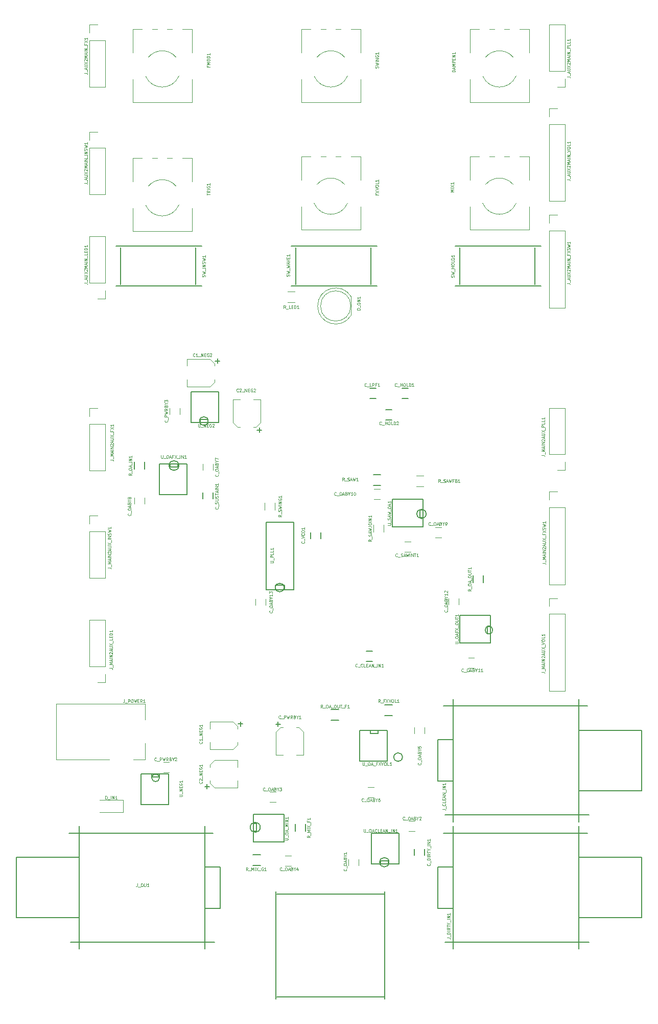
<source format=gbr>
G04 #@! TF.FileFunction,Legend,Top*
%FSLAX46Y46*%
G04 Gerber Fmt 4.6, Leading zero omitted, Abs format (unit mm)*
G04 Created by KiCad (PCBNEW 4.0.7) date Saturday, 07 April 2018 'PMt' 21:18:55*
%MOMM*%
%LPD*%
G01*
G04 APERTURE LIST*
%ADD10C,0.100000*%
%ADD11C,0.200000*%
%ADD12C,0.120000*%
%ADD13C,0.150000*%
%ADD14C,0.015000*%
G04 APERTURE END LIST*
D10*
D11*
X109296616Y-194564000D02*
G75*
G03X109296616Y-194564000I-775116J0D01*
G01*
X87949939Y-188785500D02*
G75*
G03X87949939Y-188785500I-827939J0D01*
G01*
X79331420Y-121539000D02*
G75*
G03X79331420Y-121539000I-718420J0D01*
G01*
X111517452Y-177165000D02*
G75*
G03X111517452Y-177165000I-709952J0D01*
G01*
X115445641Y-136906000D02*
G75*
G03X115445641Y-136906000I-764641J0D01*
G01*
X126492000Y-156146500D02*
G75*
G03X126492000Y-156146500I-635000J0D01*
G01*
X91904420Y-149098000D02*
G75*
G03X91904420Y-149098000I-718420J0D01*
G01*
X71247000Y-180594000D02*
G75*
G03X71247000Y-180594000I-635000J0D01*
G01*
X74473197Y-128905000D02*
G75*
G03X74473197Y-128905000I-813197J0D01*
G01*
D12*
X84205000Y-175129000D02*
X84205000Y-174729000D01*
X79625000Y-175899000D02*
X79625000Y-174729000D01*
X79625000Y-171319000D02*
X79625000Y-172489000D01*
X84205000Y-172089000D02*
X84205000Y-172489000D01*
X83435000Y-171319000D02*
X79625000Y-171319000D01*
X83435000Y-171319000D02*
X84205000Y-172089000D01*
X83435000Y-175899000D02*
X79625000Y-175899000D01*
X83435000Y-175899000D02*
X84205000Y-175129000D01*
X80395000Y-115058000D02*
X80395000Y-114658000D01*
X75815000Y-115828000D02*
X75815000Y-114658000D01*
X75815000Y-111248000D02*
X75815000Y-112418000D01*
X80395000Y-112018000D02*
X80395000Y-112418000D01*
X79625000Y-111248000D02*
X75815000Y-111248000D01*
X79625000Y-111248000D02*
X80395000Y-112018000D01*
X79625000Y-115828000D02*
X75815000Y-115828000D01*
X79625000Y-115828000D02*
X80395000Y-115058000D01*
X79625000Y-178439000D02*
X79625000Y-178839000D01*
X84205000Y-177669000D02*
X84205000Y-178839000D01*
X84205000Y-182249000D02*
X84205000Y-181079000D01*
X79625000Y-181479000D02*
X79625000Y-181079000D01*
X80395000Y-182249000D02*
X84205000Y-182249000D01*
X80395000Y-182249000D02*
X79625000Y-181479000D01*
X80395000Y-177669000D02*
X84205000Y-177669000D01*
X80395000Y-177669000D02*
X79625000Y-178439000D01*
X84205000Y-122559000D02*
X84605000Y-122559000D01*
X83435000Y-117979000D02*
X84605000Y-117979000D01*
X88015000Y-117979000D02*
X86845000Y-117979000D01*
X87245000Y-122559000D02*
X86845000Y-122559000D01*
X88015000Y-121789000D02*
X88015000Y-117979000D01*
X88015000Y-121789000D02*
X87245000Y-122559000D01*
X83435000Y-121789000D02*
X83435000Y-117979000D01*
X83435000Y-121789000D02*
X84205000Y-122559000D01*
D13*
X105545000Y-161314500D02*
X106545000Y-161314500D01*
X106545000Y-159614500D02*
X105545000Y-159614500D01*
X113513500Y-192413000D02*
X113513500Y-193413000D01*
X115213500Y-193413000D02*
X115213500Y-192413000D01*
X112450500Y-116117000D02*
X111450500Y-116117000D01*
X111450500Y-117817000D02*
X112450500Y-117817000D01*
X109783500Y-119673000D02*
X108783500Y-119673000D01*
X108783500Y-121373000D02*
X109783500Y-121373000D01*
X106116500Y-117817000D02*
X107116500Y-117817000D01*
X107116500Y-116117000D02*
X106116500Y-116117000D01*
X80098000Y-134358000D02*
X80098000Y-133358000D01*
X78398000Y-133358000D02*
X78398000Y-134358000D01*
X96305000Y-139962000D02*
X96305000Y-140962000D01*
X98005000Y-140962000D02*
X98005000Y-139962000D01*
D12*
X130352432Y-64424982D02*
G75*
G02X124828000Y-64426000I-2762432J1171982D01*
G01*
X125292247Y-61324705D02*
G75*
G02X129888000Y-61325000I2297753J-1928295D01*
G01*
X132500000Y-56693000D02*
X132500000Y-60559000D01*
X132500000Y-64948000D02*
X132500000Y-68813000D01*
X122680000Y-56693000D02*
X122680000Y-60559000D01*
X122680000Y-64948000D02*
X122680000Y-68813000D01*
X132500000Y-56693000D02*
X130915000Y-56693000D01*
X129265000Y-56693000D02*
X128415000Y-56693000D01*
X126765000Y-56693000D02*
X125915000Y-56693000D01*
X124265000Y-56693000D02*
X122680000Y-56693000D01*
X132500000Y-68813000D02*
X122680000Y-68813000D01*
X65192000Y-186293000D02*
X65192000Y-184293000D01*
X65192000Y-184293000D02*
X61342000Y-184293000D01*
X65192000Y-186293000D02*
X61342000Y-186293000D01*
X97467000Y-102488538D02*
G75*
G03X103017000Y-104033830I2990000J-462D01*
G01*
X97467000Y-102489462D02*
G75*
G02X103017000Y-100944170I2990000J462D01*
G01*
X102957000Y-102489000D02*
G75*
G03X102957000Y-102489000I-2500000J0D01*
G01*
X103017000Y-104034000D02*
X103017000Y-100944000D01*
X74472432Y-64424982D02*
G75*
G02X68948000Y-64426000I-2762432J1171982D01*
G01*
X69412247Y-61324705D02*
G75*
G02X74008000Y-61325000I2297753J-1928295D01*
G01*
X76620000Y-56693000D02*
X76620000Y-60559000D01*
X76620000Y-64948000D02*
X76620000Y-68813000D01*
X66800000Y-56693000D02*
X66800000Y-60559000D01*
X66800000Y-64948000D02*
X66800000Y-68813000D01*
X76620000Y-56693000D02*
X75035000Y-56693000D01*
X73385000Y-56693000D02*
X72535000Y-56693000D01*
X70885000Y-56693000D02*
X70035000Y-56693000D01*
X68385000Y-56693000D02*
X66800000Y-56693000D01*
X76620000Y-68813000D02*
X66800000Y-68813000D01*
X102412432Y-85491982D02*
G75*
G02X96888000Y-85493000I-2762432J1171982D01*
G01*
X97352247Y-82391705D02*
G75*
G02X101948000Y-82392000I2297753J-1928295D01*
G01*
X104560000Y-77760000D02*
X104560000Y-81626000D01*
X104560000Y-86015000D02*
X104560000Y-89880000D01*
X94740000Y-77760000D02*
X94740000Y-81626000D01*
X94740000Y-86015000D02*
X94740000Y-89880000D01*
X104560000Y-77760000D02*
X102975000Y-77760000D01*
X101325000Y-77760000D02*
X100475000Y-77760000D01*
X98825000Y-77760000D02*
X97975000Y-77760000D01*
X96325000Y-77760000D02*
X94740000Y-77760000D01*
X104560000Y-89880000D02*
X94740000Y-89880000D01*
X59630000Y-66227000D02*
X62290000Y-66227000D01*
X59630000Y-58547000D02*
X59630000Y-66227000D01*
X62290000Y-58547000D02*
X62290000Y-66227000D01*
X59630000Y-58547000D02*
X62290000Y-58547000D01*
X59630000Y-57277000D02*
X59630000Y-55947000D01*
X59630000Y-55947000D02*
X60960000Y-55947000D01*
X135830000Y-102803000D02*
X138490000Y-102803000D01*
X135830000Y-90043000D02*
X135830000Y-102803000D01*
X138490000Y-90043000D02*
X138490000Y-102803000D01*
X135830000Y-90043000D02*
X138490000Y-90043000D01*
X135830000Y-88773000D02*
X135830000Y-87443000D01*
X135830000Y-87443000D02*
X137160000Y-87443000D01*
X59630000Y-84007000D02*
X62290000Y-84007000D01*
X59630000Y-76327000D02*
X59630000Y-84007000D01*
X62290000Y-76327000D02*
X62290000Y-84007000D01*
X59630000Y-76327000D02*
X62290000Y-76327000D01*
X59630000Y-75057000D02*
X59630000Y-73727000D01*
X59630000Y-73727000D02*
X60960000Y-73727000D01*
X138490000Y-55947000D02*
X135830000Y-55947000D01*
X138490000Y-63627000D02*
X138490000Y-55947000D01*
X135830000Y-63627000D02*
X135830000Y-55947000D01*
X138490000Y-63627000D02*
X135830000Y-63627000D01*
X138490000Y-64897000D02*
X138490000Y-66227000D01*
X138490000Y-66227000D02*
X137160000Y-66227000D01*
X135830000Y-85150000D02*
X138490000Y-85150000D01*
X135830000Y-72390000D02*
X135830000Y-85150000D01*
X138490000Y-72390000D02*
X138490000Y-85150000D01*
X135830000Y-72390000D02*
X138490000Y-72390000D01*
X135830000Y-71120000D02*
X135830000Y-69790000D01*
X135830000Y-69790000D02*
X137160000Y-69790000D01*
D13*
X151193500Y-182753000D02*
X151193500Y-172720000D01*
X151193500Y-172720000D02*
X140779500Y-172720000D01*
X151193500Y-182753000D02*
X140779500Y-182753000D01*
X117411500Y-177736500D02*
X117411500Y-181165500D01*
X117411500Y-181165500D02*
X119951500Y-181165500D01*
X117411500Y-177736500D02*
X117411500Y-174307500D01*
X117411500Y-174307500D02*
X119951500Y-174307500D01*
X140779500Y-187896500D02*
X140779500Y-167576500D01*
X119951500Y-187896500D02*
X119951500Y-167576500D01*
X118300500Y-168719500D02*
X142176500Y-168719500D01*
X118554500Y-186753500D02*
X142430500Y-186753500D01*
X151193500Y-203771500D02*
X151193500Y-193738500D01*
X151193500Y-193738500D02*
X140779500Y-193738500D01*
X151193500Y-203771500D02*
X140779500Y-203771500D01*
X117411500Y-198755000D02*
X117411500Y-202184000D01*
X117411500Y-202184000D02*
X119951500Y-202184000D01*
X117411500Y-198755000D02*
X117411500Y-195326000D01*
X117411500Y-195326000D02*
X119951500Y-195326000D01*
X140779500Y-208915000D02*
X140779500Y-188595000D01*
X119951500Y-208915000D02*
X119951500Y-188595000D01*
X118300500Y-189738000D02*
X142176500Y-189738000D01*
X118554500Y-207772000D02*
X142430500Y-207772000D01*
D12*
X59630000Y-129727000D02*
X62290000Y-129727000D01*
X59630000Y-122047000D02*
X59630000Y-129727000D01*
X62290000Y-122047000D02*
X62290000Y-129727000D01*
X59630000Y-122047000D02*
X62290000Y-122047000D01*
X59630000Y-120777000D02*
X59630000Y-119447000D01*
X59630000Y-119447000D02*
X60960000Y-119447000D01*
X135830000Y-148586500D02*
X138490000Y-148586500D01*
X135830000Y-135826500D02*
X135830000Y-148586500D01*
X138490000Y-135826500D02*
X138490000Y-148586500D01*
X135830000Y-135826500D02*
X138490000Y-135826500D01*
X135830000Y-134556500D02*
X135830000Y-133226500D01*
X135830000Y-133226500D02*
X137160000Y-133226500D01*
X59630000Y-147507000D02*
X62290000Y-147507000D01*
X59630000Y-139827000D02*
X59630000Y-147507000D01*
X62290000Y-139827000D02*
X62290000Y-147507000D01*
X59630000Y-139827000D02*
X62290000Y-139827000D01*
X59630000Y-138557000D02*
X59630000Y-137227000D01*
X59630000Y-137227000D02*
X60960000Y-137227000D01*
X138490000Y-119383500D02*
X135830000Y-119383500D01*
X138490000Y-127063500D02*
X138490000Y-119383500D01*
X135830000Y-127063500D02*
X135830000Y-119383500D01*
X138490000Y-127063500D02*
X135830000Y-127063500D01*
X138490000Y-128333500D02*
X138490000Y-129663500D01*
X138490000Y-129663500D02*
X137160000Y-129663500D01*
X135830000Y-166239500D02*
X138490000Y-166239500D01*
X135830000Y-153479500D02*
X135830000Y-166239500D01*
X138490000Y-153479500D02*
X138490000Y-166239500D01*
X135830000Y-153479500D02*
X138490000Y-153479500D01*
X135830000Y-152209500D02*
X135830000Y-150879500D01*
X135830000Y-150879500D02*
X137160000Y-150879500D01*
D13*
X47498000Y-193738500D02*
X47498000Y-203771500D01*
X47498000Y-203771500D02*
X57912000Y-203771500D01*
X47498000Y-193738500D02*
X57912000Y-193738500D01*
X81280000Y-198755000D02*
X81280000Y-195326000D01*
X81280000Y-195326000D02*
X78740000Y-195326000D01*
X81280000Y-198755000D02*
X81280000Y-202184000D01*
X81280000Y-202184000D02*
X78740000Y-202184000D01*
X57912000Y-188595000D02*
X57912000Y-208915000D01*
X78740000Y-188595000D02*
X78740000Y-208915000D01*
X80391000Y-207772000D02*
X56515000Y-207772000D01*
X80137000Y-189738000D02*
X56261000Y-189738000D01*
D12*
X62945000Y-177574000D02*
X54145000Y-177574000D01*
X54145000Y-177574000D02*
X54145000Y-168374000D01*
X68845000Y-174874000D02*
X68845000Y-177574000D01*
X68845000Y-177574000D02*
X66945000Y-177574000D01*
X54145000Y-168374000D02*
X68845000Y-168374000D01*
X68845000Y-168374000D02*
X68845000Y-170974000D01*
X130352432Y-85491982D02*
G75*
G02X124828000Y-85493000I-2762432J1171982D01*
G01*
X125292247Y-82391705D02*
G75*
G02X129888000Y-82392000I2297753J-1928295D01*
G01*
X132500000Y-77760000D02*
X132500000Y-81626000D01*
X132500000Y-86015000D02*
X132500000Y-89880000D01*
X122680000Y-77760000D02*
X122680000Y-81626000D01*
X122680000Y-86015000D02*
X122680000Y-89880000D01*
X132500000Y-77760000D02*
X130915000Y-77760000D01*
X129265000Y-77760000D02*
X128415000Y-77760000D01*
X126765000Y-77760000D02*
X125915000Y-77760000D01*
X124265000Y-77760000D02*
X122680000Y-77760000D01*
X132500000Y-89880000D02*
X122680000Y-89880000D01*
D13*
X109820000Y-170293000D02*
X108620000Y-170293000D01*
X108620000Y-168543000D02*
X109820000Y-168543000D01*
X93740000Y-189449000D02*
X93740000Y-188249000D01*
X95490000Y-188249000D02*
X95490000Y-189449000D01*
X87976000Y-195058000D02*
X86776000Y-195058000D01*
X86776000Y-193308000D02*
X87976000Y-193308000D01*
X67070000Y-129505000D02*
X67070000Y-128305000D01*
X68820000Y-128305000D02*
X68820000Y-129505000D01*
X124954000Y-147101000D02*
X124954000Y-148301000D01*
X123204000Y-148301000D02*
X123204000Y-147101000D01*
X99730000Y-169305000D02*
X100930000Y-169305000D01*
X100930000Y-171055000D02*
X99730000Y-171055000D01*
X106715000Y-130443000D02*
X107915000Y-130443000D01*
X107915000Y-132193000D02*
X106715000Y-132193000D01*
D12*
X102412432Y-64424982D02*
G75*
G02X96888000Y-64426000I-2762432J1171982D01*
G01*
X97352247Y-61324705D02*
G75*
G02X101948000Y-61325000I2297753J-1928295D01*
G01*
X104560000Y-56693000D02*
X104560000Y-60559000D01*
X104560000Y-64948000D02*
X104560000Y-68813000D01*
X94740000Y-56693000D02*
X94740000Y-60559000D01*
X94740000Y-64948000D02*
X94740000Y-68813000D01*
X104560000Y-56693000D02*
X102975000Y-56693000D01*
X101325000Y-56693000D02*
X100475000Y-56693000D01*
X98825000Y-56693000D02*
X97975000Y-56693000D01*
X96325000Y-56693000D02*
X94740000Y-56693000D01*
X104560000Y-68813000D02*
X94740000Y-68813000D01*
D13*
X108458000Y-216852500D02*
X91948000Y-216852500D01*
X91948000Y-216852500D02*
X90678000Y-216852500D01*
X90551000Y-217233500D02*
X90551000Y-199453500D01*
X90678000Y-199834500D02*
X108458000Y-199834500D01*
X108585000Y-199453500D02*
X108585000Y-217233500D01*
X121030000Y-92837000D02*
X121030000Y-98933000D01*
X133476000Y-92837000D02*
X133476000Y-98933000D01*
X120268000Y-92583000D02*
X134492000Y-92583000D01*
X134492000Y-99187000D02*
X120268000Y-99187000D01*
X64770000Y-92837000D02*
X64770000Y-98933000D01*
X77216000Y-92837000D02*
X77216000Y-98933000D01*
X64008000Y-92583000D02*
X78232000Y-92583000D01*
X78232000Y-99187000D02*
X64008000Y-99187000D01*
X93853000Y-92837000D02*
X93853000Y-98933000D01*
X106299000Y-92837000D02*
X106299000Y-98933000D01*
X93091000Y-92583000D02*
X107315000Y-92583000D01*
X107315000Y-99187000D02*
X93091000Y-99187000D01*
D12*
X74472432Y-85760982D02*
G75*
G02X68948000Y-85762000I-2762432J1171982D01*
G01*
X69412247Y-82660705D02*
G75*
G02X74008000Y-82661000I2297753J-1928295D01*
G01*
X76620000Y-78029000D02*
X76620000Y-81895000D01*
X76620000Y-86284000D02*
X76620000Y-90149000D01*
X66800000Y-78029000D02*
X66800000Y-81895000D01*
X66800000Y-86284000D02*
X66800000Y-90149000D01*
X76620000Y-78029000D02*
X75035000Y-78029000D01*
X73385000Y-78029000D02*
X72535000Y-78029000D01*
X70885000Y-78029000D02*
X70035000Y-78029000D01*
X68385000Y-78029000D02*
X66800000Y-78029000D01*
X76620000Y-90149000D02*
X66800000Y-90149000D01*
D13*
X72771000Y-179959000D02*
X72771000Y-185039000D01*
X72771000Y-185039000D02*
X68199000Y-185039000D01*
X68199000Y-185039000D02*
X68199000Y-179959000D01*
X68199000Y-179959000D02*
X72771000Y-179959000D01*
X71247000Y-179959000D02*
X71247000Y-180467000D01*
X71247000Y-180467000D02*
X69977000Y-180467000D01*
X69977000Y-180467000D02*
X69977000Y-179959000D01*
X76454000Y-121793000D02*
X76454000Y-116713000D01*
X76454000Y-116713000D02*
X81026000Y-116713000D01*
X81026000Y-116713000D02*
X81026000Y-121793000D01*
X81026000Y-121793000D02*
X76454000Y-121793000D01*
X77978000Y-121793000D02*
X77978000Y-121285000D01*
X77978000Y-121285000D02*
X79248000Y-121285000D01*
X79248000Y-121285000D02*
X79248000Y-121793000D01*
X106362500Y-194818000D02*
X106362500Y-189738000D01*
X106362500Y-189738000D02*
X110934500Y-189738000D01*
X110934500Y-189738000D02*
X110934500Y-194818000D01*
X110934500Y-194818000D02*
X106362500Y-194818000D01*
X107886500Y-194818000D02*
X107886500Y-194310000D01*
X107886500Y-194310000D02*
X109156500Y-194310000D01*
X109156500Y-194310000D02*
X109156500Y-194818000D01*
X75819000Y-128651000D02*
X75819000Y-133731000D01*
X75819000Y-133731000D02*
X71247000Y-133731000D01*
X71247000Y-133731000D02*
X71247000Y-128651000D01*
X71247000Y-128651000D02*
X75819000Y-128651000D01*
X74295000Y-128651000D02*
X74295000Y-129159000D01*
X74295000Y-129159000D02*
X73025000Y-129159000D01*
X73025000Y-129159000D02*
X73025000Y-128651000D01*
X126065381Y-158277500D02*
X120985381Y-158277500D01*
X120985381Y-158277500D02*
X120985381Y-153705500D01*
X120985381Y-153705500D02*
X126065381Y-153705500D01*
X126065381Y-153705500D02*
X126065381Y-158277500D01*
X126065381Y-156753500D02*
X125557381Y-156753500D01*
X125557381Y-156753500D02*
X125557381Y-155483500D01*
X125557381Y-155483500D02*
X126065381Y-155483500D01*
X108966000Y-172720000D02*
X108966000Y-177800000D01*
X108966000Y-177800000D02*
X104394000Y-177800000D01*
X104394000Y-177800000D02*
X104394000Y-172720000D01*
X104394000Y-172720000D02*
X108966000Y-172720000D01*
X107442000Y-172720000D02*
X107442000Y-173228000D01*
X107442000Y-173228000D02*
X106172000Y-173228000D01*
X106172000Y-173228000D02*
X106172000Y-172720000D01*
X86854000Y-186629500D02*
X91934000Y-186629500D01*
X91934000Y-186629500D02*
X91934000Y-191201500D01*
X91934000Y-191201500D02*
X86854000Y-191201500D01*
X86854000Y-191201500D02*
X86854000Y-186629500D01*
X86854000Y-188153500D02*
X87362000Y-188153500D01*
X87362000Y-188153500D02*
X87362000Y-189423500D01*
X87362000Y-189423500D02*
X86854000Y-189423500D01*
X90424000Y-149479000D02*
X90424000Y-148717000D01*
X90424000Y-148717000D02*
X91948000Y-148717000D01*
X91948000Y-148717000D02*
X91948000Y-149479000D01*
X88900000Y-138303000D02*
X93472000Y-138303000D01*
X93472000Y-138303000D02*
X93472000Y-149479000D01*
X93472000Y-149479000D02*
X88900000Y-149479000D01*
X88900000Y-149479000D02*
X88900000Y-138303000D01*
X114935000Y-139065000D02*
X109855000Y-139065000D01*
X109855000Y-139065000D02*
X109855000Y-134493000D01*
X109855000Y-134493000D02*
X114935000Y-134493000D01*
X114935000Y-134493000D02*
X114935000Y-139065000D01*
X114935000Y-137541000D02*
X114427000Y-137541000D01*
X114427000Y-137541000D02*
X114427000Y-136271000D01*
X114427000Y-136271000D02*
X114935000Y-136271000D01*
D12*
X104291500Y-195064000D02*
X104291500Y-194064000D01*
X102591500Y-194064000D02*
X102591500Y-195064000D01*
X113593500Y-187745000D02*
X112593500Y-187745000D01*
X112593500Y-189445000D02*
X113593500Y-189445000D01*
X90543000Y-182919000D02*
X89543000Y-182919000D01*
X89543000Y-184619000D02*
X90543000Y-184619000D01*
X93083000Y-193460000D02*
X92083000Y-193460000D01*
X92083000Y-195160000D02*
X93083000Y-195160000D01*
X113450000Y-172220000D02*
X113450000Y-173220000D01*
X115150000Y-173220000D02*
X115150000Y-172220000D01*
X105799000Y-183857000D02*
X106799000Y-183857000D01*
X106799000Y-182157000D02*
X105799000Y-182157000D01*
X78398000Y-128659000D02*
X78398000Y-129659000D01*
X80098000Y-129659000D02*
X80098000Y-128659000D01*
X68795000Y-135247000D02*
X68795000Y-134247000D01*
X67095000Y-134247000D02*
X67095000Y-135247000D01*
X117975000Y-139104000D02*
X116975000Y-139104000D01*
X116975000Y-140804000D02*
X117975000Y-140804000D01*
X106815000Y-134454000D02*
X107815000Y-134454000D01*
X107815000Y-132754000D02*
X106815000Y-132754000D01*
X122436000Y-162394000D02*
X123436000Y-162394000D01*
X123436000Y-160694000D02*
X122436000Y-160694000D01*
X119165000Y-150884000D02*
X119165000Y-151884000D01*
X120865000Y-151884000D02*
X120865000Y-150884000D01*
X88861000Y-152011000D02*
X88861000Y-151011000D01*
X87161000Y-151011000D02*
X87161000Y-152011000D01*
X72890000Y-177966000D02*
X71890000Y-177966000D01*
X71890000Y-179666000D02*
X72890000Y-179666000D01*
X74637000Y-120388000D02*
X74637000Y-119388000D01*
X72937000Y-119388000D02*
X72937000Y-120388000D01*
X62290000Y-90999000D02*
X59630000Y-90999000D01*
X62290000Y-98679000D02*
X62290000Y-90999000D01*
X59630000Y-98679000D02*
X59630000Y-90999000D01*
X62290000Y-98679000D02*
X59630000Y-98679000D01*
X62290000Y-99949000D02*
X62290000Y-101279000D01*
X62290000Y-101279000D02*
X60960000Y-101279000D01*
X62290000Y-154499000D02*
X59630000Y-154499000D01*
X62290000Y-162179000D02*
X62290000Y-154499000D01*
X59630000Y-162179000D02*
X59630000Y-154499000D01*
X62290000Y-162179000D02*
X59630000Y-162179000D01*
X62290000Y-163449000D02*
X62290000Y-164779000D01*
X62290000Y-164779000D02*
X60960000Y-164779000D01*
X92491000Y-100085000D02*
X93691000Y-100085000D01*
X93691000Y-101845000D02*
X92491000Y-101845000D01*
X94357000Y-172208000D02*
X93957000Y-172208000D01*
X95127000Y-176788000D02*
X93957000Y-176788000D01*
X90547000Y-176788000D02*
X91717000Y-176788000D01*
X91317000Y-172208000D02*
X91717000Y-172208000D01*
X90547000Y-172978000D02*
X90547000Y-176788000D01*
X90547000Y-172978000D02*
X91317000Y-172208000D01*
X95127000Y-172978000D02*
X95127000Y-176788000D01*
X95127000Y-172978000D02*
X94357000Y-172208000D01*
X111895000Y-143217000D02*
X112895000Y-143217000D01*
X112895000Y-141517000D02*
X111895000Y-141517000D01*
X113827000Y-130565000D02*
X115027000Y-130565000D01*
X115027000Y-132325000D02*
X113827000Y-132325000D01*
X108449000Y-138719000D02*
X108449000Y-139919000D01*
X106689000Y-139919000D02*
X106689000Y-138719000D01*
X88655000Y-136236000D02*
X88655000Y-135036000D01*
X90415000Y-135036000D02*
X90415000Y-136236000D01*
D14*
X78283571Y-174604999D02*
X78307381Y-174628809D01*
X78331190Y-174700237D01*
X78331190Y-174747856D01*
X78307381Y-174819285D01*
X78259762Y-174866904D01*
X78212143Y-174890713D01*
X78116905Y-174914523D01*
X78045476Y-174914523D01*
X77950238Y-174890713D01*
X77902619Y-174866904D01*
X77855000Y-174819285D01*
X77831190Y-174747856D01*
X77831190Y-174700237D01*
X77855000Y-174628809D01*
X77878810Y-174604999D01*
X78331190Y-174128809D02*
X78331190Y-174414523D01*
X78331190Y-174271666D02*
X77831190Y-174271666D01*
X77902619Y-174319285D01*
X77950238Y-174366904D01*
X77974048Y-174414523D01*
X78378810Y-174033571D02*
X78378810Y-173652619D01*
X78331190Y-173533571D02*
X77831190Y-173533571D01*
X78331190Y-173247857D01*
X77831190Y-173247857D01*
X78069286Y-173009761D02*
X78069286Y-172843095D01*
X78331190Y-172771666D02*
X78331190Y-173009761D01*
X77831190Y-173009761D01*
X77831190Y-172771666D01*
X77855000Y-172295476D02*
X77831190Y-172343095D01*
X77831190Y-172414523D01*
X77855000Y-172485952D01*
X77902619Y-172533571D01*
X77950238Y-172557380D01*
X78045476Y-172581190D01*
X78116905Y-172581190D01*
X78212143Y-172557380D01*
X78259762Y-172533571D01*
X78307381Y-172485952D01*
X78331190Y-172414523D01*
X78331190Y-172366904D01*
X78307381Y-172295476D01*
X78283571Y-172271666D01*
X78116905Y-172271666D01*
X78116905Y-172366904D01*
X78331190Y-171795476D02*
X78331190Y-172081190D01*
X78331190Y-171938333D02*
X77831190Y-171938333D01*
X77902619Y-171985952D01*
X77950238Y-172033571D01*
X77974048Y-172081190D01*
D13*
X84304048Y-171670429D02*
X85065953Y-171670429D01*
X84685001Y-172051381D02*
X84685001Y-171289476D01*
D14*
X77109001Y-110795571D02*
X77085191Y-110819381D01*
X77013763Y-110843190D01*
X76966144Y-110843190D01*
X76894715Y-110819381D01*
X76847096Y-110771762D01*
X76823287Y-110724143D01*
X76799477Y-110628905D01*
X76799477Y-110557476D01*
X76823287Y-110462238D01*
X76847096Y-110414619D01*
X76894715Y-110367000D01*
X76966144Y-110343190D01*
X77013763Y-110343190D01*
X77085191Y-110367000D01*
X77109001Y-110390810D01*
X77585191Y-110843190D02*
X77299477Y-110843190D01*
X77442334Y-110843190D02*
X77442334Y-110343190D01*
X77394715Y-110414619D01*
X77347096Y-110462238D01*
X77299477Y-110486048D01*
X77680429Y-110890810D02*
X78061381Y-110890810D01*
X78180429Y-110843190D02*
X78180429Y-110343190D01*
X78466143Y-110843190D01*
X78466143Y-110343190D01*
X78704239Y-110581286D02*
X78870905Y-110581286D01*
X78942334Y-110843190D02*
X78704239Y-110843190D01*
X78704239Y-110343190D01*
X78942334Y-110343190D01*
X79418524Y-110367000D02*
X79370905Y-110343190D01*
X79299477Y-110343190D01*
X79228048Y-110367000D01*
X79180429Y-110414619D01*
X79156620Y-110462238D01*
X79132810Y-110557476D01*
X79132810Y-110628905D01*
X79156620Y-110724143D01*
X79180429Y-110771762D01*
X79228048Y-110819381D01*
X79299477Y-110843190D01*
X79347096Y-110843190D01*
X79418524Y-110819381D01*
X79442334Y-110795571D01*
X79442334Y-110628905D01*
X79347096Y-110628905D01*
X79632810Y-110390810D02*
X79656620Y-110367000D01*
X79704239Y-110343190D01*
X79823286Y-110343190D01*
X79870905Y-110367000D01*
X79894715Y-110390810D01*
X79918524Y-110438429D01*
X79918524Y-110486048D01*
X79894715Y-110557476D01*
X79609001Y-110843190D01*
X79918524Y-110843190D01*
D13*
X80494048Y-111599429D02*
X81255953Y-111599429D01*
X80875001Y-111980381D02*
X80875001Y-111218476D01*
D14*
X78283571Y-181208999D02*
X78307381Y-181232809D01*
X78331190Y-181304237D01*
X78331190Y-181351856D01*
X78307381Y-181423285D01*
X78259762Y-181470904D01*
X78212143Y-181494713D01*
X78116905Y-181518523D01*
X78045476Y-181518523D01*
X77950238Y-181494713D01*
X77902619Y-181470904D01*
X77855000Y-181423285D01*
X77831190Y-181351856D01*
X77831190Y-181304237D01*
X77855000Y-181232809D01*
X77878810Y-181208999D01*
X77878810Y-181018523D02*
X77855000Y-180994713D01*
X77831190Y-180947094D01*
X77831190Y-180828047D01*
X77855000Y-180780428D01*
X77878810Y-180756618D01*
X77926429Y-180732809D01*
X77974048Y-180732809D01*
X78045476Y-180756618D01*
X78331190Y-181042332D01*
X78331190Y-180732809D01*
X78378810Y-180637571D02*
X78378810Y-180256619D01*
X78331190Y-180137571D02*
X77831190Y-180137571D01*
X78331190Y-179851857D01*
X77831190Y-179851857D01*
X78069286Y-179613761D02*
X78069286Y-179447095D01*
X78331190Y-179375666D02*
X78331190Y-179613761D01*
X77831190Y-179613761D01*
X77831190Y-179375666D01*
X77855000Y-178899476D02*
X77831190Y-178947095D01*
X77831190Y-179018523D01*
X77855000Y-179089952D01*
X77902619Y-179137571D01*
X77950238Y-179161380D01*
X78045476Y-179185190D01*
X78116905Y-179185190D01*
X78212143Y-179161380D01*
X78259762Y-179137571D01*
X78307381Y-179089952D01*
X78331190Y-179018523D01*
X78331190Y-178970904D01*
X78307381Y-178899476D01*
X78283571Y-178875666D01*
X78116905Y-178875666D01*
X78116905Y-178970904D01*
X78331190Y-178399476D02*
X78331190Y-178685190D01*
X78331190Y-178542333D02*
X77831190Y-178542333D01*
X77902619Y-178589952D01*
X77950238Y-178637571D01*
X77974048Y-178685190D01*
D13*
X78764048Y-182040429D02*
X79525953Y-182040429D01*
X79145001Y-182421381D02*
X79145001Y-181659476D01*
D14*
X84348001Y-116637571D02*
X84324191Y-116661381D01*
X84252763Y-116685190D01*
X84205144Y-116685190D01*
X84133715Y-116661381D01*
X84086096Y-116613762D01*
X84062287Y-116566143D01*
X84038477Y-116470905D01*
X84038477Y-116399476D01*
X84062287Y-116304238D01*
X84086096Y-116256619D01*
X84133715Y-116209000D01*
X84205144Y-116185190D01*
X84252763Y-116185190D01*
X84324191Y-116209000D01*
X84348001Y-116232810D01*
X84538477Y-116232810D02*
X84562287Y-116209000D01*
X84609906Y-116185190D01*
X84728953Y-116185190D01*
X84776572Y-116209000D01*
X84800382Y-116232810D01*
X84824191Y-116280429D01*
X84824191Y-116328048D01*
X84800382Y-116399476D01*
X84514668Y-116685190D01*
X84824191Y-116685190D01*
X84919429Y-116732810D02*
X85300381Y-116732810D01*
X85419429Y-116685190D02*
X85419429Y-116185190D01*
X85705143Y-116685190D01*
X85705143Y-116185190D01*
X85943239Y-116423286D02*
X86109905Y-116423286D01*
X86181334Y-116685190D02*
X85943239Y-116685190D01*
X85943239Y-116185190D01*
X86181334Y-116185190D01*
X86657524Y-116209000D02*
X86609905Y-116185190D01*
X86538477Y-116185190D01*
X86467048Y-116209000D01*
X86419429Y-116256619D01*
X86395620Y-116304238D01*
X86371810Y-116399476D01*
X86371810Y-116470905D01*
X86395620Y-116566143D01*
X86419429Y-116613762D01*
X86467048Y-116661381D01*
X86538477Y-116685190D01*
X86586096Y-116685190D01*
X86657524Y-116661381D01*
X86681334Y-116637571D01*
X86681334Y-116470905D01*
X86586096Y-116470905D01*
X86871810Y-116232810D02*
X86895620Y-116209000D01*
X86943239Y-116185190D01*
X87062286Y-116185190D01*
X87109905Y-116209000D01*
X87133715Y-116232810D01*
X87157524Y-116280429D01*
X87157524Y-116328048D01*
X87133715Y-116399476D01*
X86848001Y-116685190D01*
X87157524Y-116685190D01*
D13*
X87806429Y-123419952D02*
X87806429Y-122658047D01*
X88187381Y-123038999D02*
X87425476Y-123038999D01*
D14*
X104045001Y-162167071D02*
X104021191Y-162190881D01*
X103949763Y-162214690D01*
X103902144Y-162214690D01*
X103830715Y-162190881D01*
X103783096Y-162143262D01*
X103759287Y-162095643D01*
X103735477Y-162000405D01*
X103735477Y-161928976D01*
X103759287Y-161833738D01*
X103783096Y-161786119D01*
X103830715Y-161738500D01*
X103902144Y-161714690D01*
X103949763Y-161714690D01*
X104021191Y-161738500D01*
X104045001Y-161762310D01*
X104140239Y-162262310D02*
X104521191Y-162262310D01*
X104925953Y-162167071D02*
X104902143Y-162190881D01*
X104830715Y-162214690D01*
X104783096Y-162214690D01*
X104711667Y-162190881D01*
X104664048Y-162143262D01*
X104640239Y-162095643D01*
X104616429Y-162000405D01*
X104616429Y-161928976D01*
X104640239Y-161833738D01*
X104664048Y-161786119D01*
X104711667Y-161738500D01*
X104783096Y-161714690D01*
X104830715Y-161714690D01*
X104902143Y-161738500D01*
X104925953Y-161762310D01*
X105378334Y-162214690D02*
X105140239Y-162214690D01*
X105140239Y-161714690D01*
X105545001Y-161952786D02*
X105711667Y-161952786D01*
X105783096Y-162214690D02*
X105545001Y-162214690D01*
X105545001Y-161714690D01*
X105783096Y-161714690D01*
X105973572Y-162071833D02*
X106211667Y-162071833D01*
X105925953Y-162214690D02*
X106092620Y-161714690D01*
X106259286Y-162214690D01*
X106425953Y-162214690D02*
X106425953Y-161714690D01*
X106711667Y-162214690D01*
X106711667Y-161714690D01*
X106830715Y-162262310D02*
X107211667Y-162262310D01*
X107330715Y-162214690D02*
X107330715Y-161714690D01*
X107568810Y-162214690D02*
X107568810Y-161714690D01*
X107854524Y-162214690D01*
X107854524Y-161714690D01*
X108354524Y-162214690D02*
X108068810Y-162214690D01*
X108211667Y-162214690D02*
X108211667Y-161714690D01*
X108164048Y-161786119D01*
X108116429Y-161833738D01*
X108068810Y-161857548D01*
X116066071Y-194782046D02*
X116089881Y-194805856D01*
X116113690Y-194877284D01*
X116113690Y-194924903D01*
X116089881Y-194996332D01*
X116042262Y-195043951D01*
X115994643Y-195067760D01*
X115899405Y-195091570D01*
X115827976Y-195091570D01*
X115732738Y-195067760D01*
X115685119Y-195043951D01*
X115637500Y-194996332D01*
X115613690Y-194924903D01*
X115613690Y-194877284D01*
X115637500Y-194805856D01*
X115661310Y-194782046D01*
X116161310Y-194686808D02*
X116161310Y-194305856D01*
X116113690Y-194186808D02*
X115613690Y-194186808D01*
X115613690Y-194067761D01*
X115637500Y-193996332D01*
X115685119Y-193948713D01*
X115732738Y-193924904D01*
X115827976Y-193901094D01*
X115899405Y-193901094D01*
X115994643Y-193924904D01*
X116042262Y-193948713D01*
X116089881Y-193996332D01*
X116113690Y-194067761D01*
X116113690Y-194186808D01*
X116113690Y-193686808D02*
X115613690Y-193686808D01*
X116113690Y-193162999D02*
X115875595Y-193329666D01*
X116113690Y-193448713D02*
X115613690Y-193448713D01*
X115613690Y-193258237D01*
X115637500Y-193210618D01*
X115661310Y-193186809D01*
X115708929Y-193162999D01*
X115780357Y-193162999D01*
X115827976Y-193186809D01*
X115851786Y-193210618D01*
X115875595Y-193258237D01*
X115875595Y-193448713D01*
X115613690Y-193020142D02*
X115613690Y-192734428D01*
X116113690Y-192877285D02*
X115613690Y-192877285D01*
X115875595Y-192472523D02*
X116113690Y-192472523D01*
X115613690Y-192639190D02*
X115875595Y-192472523D01*
X115613690Y-192305857D01*
X116161310Y-192258238D02*
X116161310Y-191877286D01*
X116113690Y-191758238D02*
X115613690Y-191758238D01*
X116113690Y-191520143D02*
X115613690Y-191520143D01*
X116113690Y-191234429D01*
X115613690Y-191234429D01*
X116113690Y-190734429D02*
X116113690Y-191020143D01*
X116113690Y-190877286D02*
X115613690Y-190877286D01*
X115685119Y-190924905D01*
X115732738Y-190972524D01*
X115756548Y-191020143D01*
X110573500Y-115748571D02*
X110549690Y-115772381D01*
X110478262Y-115796190D01*
X110430643Y-115796190D01*
X110359214Y-115772381D01*
X110311595Y-115724762D01*
X110287786Y-115677143D01*
X110263976Y-115581905D01*
X110263976Y-115510476D01*
X110287786Y-115415238D01*
X110311595Y-115367619D01*
X110359214Y-115320000D01*
X110430643Y-115296190D01*
X110478262Y-115296190D01*
X110549690Y-115320000D01*
X110573500Y-115343810D01*
X110668738Y-115843810D02*
X111049690Y-115843810D01*
X111168738Y-115796190D02*
X111168738Y-115296190D01*
X111168738Y-115534286D02*
X111454452Y-115534286D01*
X111454452Y-115796190D02*
X111454452Y-115296190D01*
X111787786Y-115296190D02*
X111883024Y-115296190D01*
X111930643Y-115320000D01*
X111978262Y-115367619D01*
X112002071Y-115462857D01*
X112002071Y-115629524D01*
X111978262Y-115724762D01*
X111930643Y-115772381D01*
X111883024Y-115796190D01*
X111787786Y-115796190D01*
X111740167Y-115772381D01*
X111692548Y-115724762D01*
X111668738Y-115629524D01*
X111668738Y-115462857D01*
X111692548Y-115367619D01*
X111740167Y-115320000D01*
X111787786Y-115296190D01*
X112454453Y-115796190D02*
X112216358Y-115796190D01*
X112216358Y-115296190D01*
X112621120Y-115796190D02*
X112621120Y-115296190D01*
X112740167Y-115296190D01*
X112811596Y-115320000D01*
X112859215Y-115367619D01*
X112883024Y-115415238D01*
X112906834Y-115510476D01*
X112906834Y-115581905D01*
X112883024Y-115677143D01*
X112859215Y-115724762D01*
X112811596Y-115772381D01*
X112740167Y-115796190D01*
X112621120Y-115796190D01*
X113383024Y-115796190D02*
X113097310Y-115796190D01*
X113240167Y-115796190D02*
X113240167Y-115296190D01*
X113192548Y-115367619D01*
X113144929Y-115415238D01*
X113097310Y-115439048D01*
X108033500Y-122098571D02*
X108009690Y-122122381D01*
X107938262Y-122146190D01*
X107890643Y-122146190D01*
X107819214Y-122122381D01*
X107771595Y-122074762D01*
X107747786Y-122027143D01*
X107723976Y-121931905D01*
X107723976Y-121860476D01*
X107747786Y-121765238D01*
X107771595Y-121717619D01*
X107819214Y-121670000D01*
X107890643Y-121646190D01*
X107938262Y-121646190D01*
X108009690Y-121670000D01*
X108033500Y-121693810D01*
X108128738Y-122193810D02*
X108509690Y-122193810D01*
X108628738Y-122146190D02*
X108628738Y-121646190D01*
X108628738Y-121884286D02*
X108914452Y-121884286D01*
X108914452Y-122146190D02*
X108914452Y-121646190D01*
X109247786Y-121646190D02*
X109343024Y-121646190D01*
X109390643Y-121670000D01*
X109438262Y-121717619D01*
X109462071Y-121812857D01*
X109462071Y-121979524D01*
X109438262Y-122074762D01*
X109390643Y-122122381D01*
X109343024Y-122146190D01*
X109247786Y-122146190D01*
X109200167Y-122122381D01*
X109152548Y-122074762D01*
X109128738Y-121979524D01*
X109128738Y-121812857D01*
X109152548Y-121717619D01*
X109200167Y-121670000D01*
X109247786Y-121646190D01*
X109914453Y-122146190D02*
X109676358Y-122146190D01*
X109676358Y-121646190D01*
X110081120Y-122146190D02*
X110081120Y-121646190D01*
X110200167Y-121646190D01*
X110271596Y-121670000D01*
X110319215Y-121717619D01*
X110343024Y-121765238D01*
X110366834Y-121860476D01*
X110366834Y-121931905D01*
X110343024Y-122027143D01*
X110319215Y-122074762D01*
X110271596Y-122122381D01*
X110200167Y-122146190D01*
X110081120Y-122146190D01*
X110557310Y-121693810D02*
X110581120Y-121670000D01*
X110628739Y-121646190D01*
X110747786Y-121646190D01*
X110795405Y-121670000D01*
X110819215Y-121693810D01*
X110843024Y-121741429D01*
X110843024Y-121789048D01*
X110819215Y-121860476D01*
X110533501Y-122146190D01*
X110843024Y-122146190D01*
X105549025Y-115748571D02*
X105525215Y-115772381D01*
X105453787Y-115796190D01*
X105406168Y-115796190D01*
X105334739Y-115772381D01*
X105287120Y-115724762D01*
X105263311Y-115677143D01*
X105239501Y-115581905D01*
X105239501Y-115510476D01*
X105263311Y-115415238D01*
X105287120Y-115367619D01*
X105334739Y-115320000D01*
X105406168Y-115296190D01*
X105453787Y-115296190D01*
X105525215Y-115320000D01*
X105549025Y-115343810D01*
X105644263Y-115843810D02*
X106025215Y-115843810D01*
X106382358Y-115796190D02*
X106144263Y-115796190D01*
X106144263Y-115296190D01*
X106549025Y-115796190D02*
X106549025Y-115296190D01*
X106739501Y-115296190D01*
X106787120Y-115320000D01*
X106810929Y-115343810D01*
X106834739Y-115391429D01*
X106834739Y-115462857D01*
X106810929Y-115510476D01*
X106787120Y-115534286D01*
X106739501Y-115558095D01*
X106549025Y-115558095D01*
X107215691Y-115534286D02*
X107049025Y-115534286D01*
X107049025Y-115796190D02*
X107049025Y-115296190D01*
X107287120Y-115296190D01*
X107739500Y-115796190D02*
X107453786Y-115796190D01*
X107596643Y-115796190D02*
X107596643Y-115296190D01*
X107549024Y-115367619D01*
X107501405Y-115415238D01*
X107453786Y-115439048D01*
X80950571Y-135782618D02*
X80974381Y-135806428D01*
X80998190Y-135877856D01*
X80998190Y-135925475D01*
X80974381Y-135996904D01*
X80926762Y-136044523D01*
X80879143Y-136068332D01*
X80783905Y-136092142D01*
X80712476Y-136092142D01*
X80617238Y-136068332D01*
X80569619Y-136044523D01*
X80522000Y-135996904D01*
X80498190Y-135925475D01*
X80498190Y-135877856D01*
X80522000Y-135806428D01*
X80545810Y-135782618D01*
X81045810Y-135687380D02*
X81045810Y-135306428D01*
X80974381Y-135211190D02*
X80998190Y-135139761D01*
X80998190Y-135020714D01*
X80974381Y-134973095D01*
X80950571Y-134949285D01*
X80902952Y-134925476D01*
X80855333Y-134925476D01*
X80807714Y-134949285D01*
X80783905Y-134973095D01*
X80760095Y-135020714D01*
X80736286Y-135115952D01*
X80712476Y-135163571D01*
X80688667Y-135187380D01*
X80641048Y-135211190D01*
X80593429Y-135211190D01*
X80545810Y-135187380D01*
X80522000Y-135163571D01*
X80498190Y-135115952D01*
X80498190Y-134996904D01*
X80522000Y-134925476D01*
X80498190Y-134711190D02*
X80902952Y-134711190D01*
X80950571Y-134687381D01*
X80974381Y-134663571D01*
X80998190Y-134615952D01*
X80998190Y-134520714D01*
X80974381Y-134473095D01*
X80950571Y-134449286D01*
X80902952Y-134425476D01*
X80498190Y-134425476D01*
X80974381Y-134211190D02*
X80998190Y-134139761D01*
X80998190Y-134020714D01*
X80974381Y-133973095D01*
X80950571Y-133949285D01*
X80902952Y-133925476D01*
X80855333Y-133925476D01*
X80807714Y-133949285D01*
X80783905Y-133973095D01*
X80760095Y-134020714D01*
X80736286Y-134115952D01*
X80712476Y-134163571D01*
X80688667Y-134187380D01*
X80641048Y-134211190D01*
X80593429Y-134211190D01*
X80545810Y-134187380D01*
X80522000Y-134163571D01*
X80498190Y-134115952D01*
X80498190Y-133996904D01*
X80522000Y-133925476D01*
X80498190Y-133782619D02*
X80498190Y-133496905D01*
X80998190Y-133639762D02*
X80498190Y-133639762D01*
X80855333Y-133354048D02*
X80855333Y-133115953D01*
X80998190Y-133401667D02*
X80498190Y-133235000D01*
X80998190Y-133068334D01*
X80998190Y-132901667D02*
X80498190Y-132901667D01*
X80998190Y-132663572D02*
X80498190Y-132663572D01*
X80998190Y-132377858D01*
X80498190Y-132377858D01*
X80998190Y-131877858D02*
X80998190Y-132163572D01*
X80998190Y-132020715D02*
X80498190Y-132020715D01*
X80569619Y-132068334D01*
X80617238Y-132115953D01*
X80641048Y-132163572D01*
X95233571Y-141461999D02*
X95257381Y-141485809D01*
X95281190Y-141557237D01*
X95281190Y-141604856D01*
X95257381Y-141676285D01*
X95209762Y-141723904D01*
X95162143Y-141747713D01*
X95066905Y-141771523D01*
X94995476Y-141771523D01*
X94900238Y-141747713D01*
X94852619Y-141723904D01*
X94805000Y-141676285D01*
X94781190Y-141604856D01*
X94781190Y-141557237D01*
X94805000Y-141485809D01*
X94828810Y-141461999D01*
X95328810Y-141366761D02*
X95328810Y-140985809D01*
X94781190Y-140938190D02*
X95281190Y-140771523D01*
X94781190Y-140604857D01*
X95233571Y-140152476D02*
X95257381Y-140176286D01*
X95281190Y-140247714D01*
X95281190Y-140295333D01*
X95257381Y-140366762D01*
X95209762Y-140414381D01*
X95162143Y-140438190D01*
X95066905Y-140462000D01*
X94995476Y-140462000D01*
X94900238Y-140438190D01*
X94852619Y-140414381D01*
X94805000Y-140366762D01*
X94781190Y-140295333D01*
X94781190Y-140247714D01*
X94805000Y-140176286D01*
X94828810Y-140152476D01*
X94781190Y-139842952D02*
X94781190Y-139747714D01*
X94805000Y-139700095D01*
X94852619Y-139652476D01*
X94947857Y-139628667D01*
X95114524Y-139628667D01*
X95209762Y-139652476D01*
X95257381Y-139700095D01*
X95281190Y-139747714D01*
X95281190Y-139842952D01*
X95257381Y-139890571D01*
X95209762Y-139938190D01*
X95114524Y-139962000D01*
X94947857Y-139962000D01*
X94852619Y-139938190D01*
X94805000Y-139890571D01*
X94781190Y-139842952D01*
X95281190Y-139152476D02*
X95281190Y-139438190D01*
X95281190Y-139295333D02*
X94781190Y-139295333D01*
X94852619Y-139342952D01*
X94900238Y-139390571D01*
X94924048Y-139438190D01*
X120236190Y-63710142D02*
X119736190Y-63710142D01*
X119736190Y-63591095D01*
X119760000Y-63519666D01*
X119807619Y-63472047D01*
X119855238Y-63448238D01*
X119950476Y-63424428D01*
X120021905Y-63424428D01*
X120117143Y-63448238D01*
X120164762Y-63472047D01*
X120212381Y-63519666D01*
X120236190Y-63591095D01*
X120236190Y-63710142D01*
X120093333Y-63233952D02*
X120093333Y-62995857D01*
X120236190Y-63281571D02*
X119736190Y-63114904D01*
X120236190Y-62948238D01*
X120236190Y-62781571D02*
X119736190Y-62781571D01*
X120093333Y-62614905D01*
X119736190Y-62448238D01*
X120236190Y-62448238D01*
X120236190Y-62210142D02*
X119736190Y-62210142D01*
X119736190Y-62019666D01*
X119760000Y-61972047D01*
X119783810Y-61948238D01*
X119831429Y-61924428D01*
X119902857Y-61924428D01*
X119950476Y-61948238D01*
X119974286Y-61972047D01*
X119998095Y-62019666D01*
X119998095Y-62210142D01*
X119974286Y-61710142D02*
X119974286Y-61543476D01*
X120236190Y-61472047D02*
X120236190Y-61710142D01*
X119736190Y-61710142D01*
X119736190Y-61472047D01*
X120236190Y-61257761D02*
X119736190Y-61257761D01*
X120236190Y-60972047D01*
X119736190Y-60972047D01*
X120236190Y-60472047D02*
X120236190Y-60757761D01*
X120236190Y-60614904D02*
X119736190Y-60614904D01*
X119807619Y-60662523D01*
X119855238Y-60710142D01*
X119879048Y-60757761D01*
X62305525Y-184122190D02*
X62305525Y-183622190D01*
X62424572Y-183622190D01*
X62496001Y-183646000D01*
X62543620Y-183693619D01*
X62567429Y-183741238D01*
X62591239Y-183836476D01*
X62591239Y-183907905D01*
X62567429Y-184003143D01*
X62543620Y-184050762D01*
X62496001Y-184098381D01*
X62424572Y-184122190D01*
X62305525Y-184122190D01*
X62686477Y-184169810D02*
X63067429Y-184169810D01*
X63186477Y-184122190D02*
X63186477Y-183622190D01*
X63424572Y-184122190D02*
X63424572Y-183622190D01*
X63710286Y-184122190D01*
X63710286Y-183622190D01*
X64210286Y-184122190D02*
X63924572Y-184122190D01*
X64067429Y-184122190D02*
X64067429Y-183622190D01*
X64019810Y-183693619D01*
X63972191Y-183741238D01*
X63924572Y-183765048D01*
X104493190Y-103127833D02*
X103993190Y-103127833D01*
X103993190Y-103008786D01*
X104017000Y-102937357D01*
X104064619Y-102889738D01*
X104112238Y-102865929D01*
X104207476Y-102842119D01*
X104278905Y-102842119D01*
X104374143Y-102865929D01*
X104421762Y-102889738D01*
X104469381Y-102937357D01*
X104493190Y-103008786D01*
X104493190Y-103127833D01*
X104540810Y-102746881D02*
X104540810Y-102365929D01*
X103993190Y-102151643D02*
X103993190Y-102056405D01*
X104017000Y-102008786D01*
X104064619Y-101961167D01*
X104159857Y-101937358D01*
X104326524Y-101937358D01*
X104421762Y-101961167D01*
X104469381Y-102008786D01*
X104493190Y-102056405D01*
X104493190Y-102151643D01*
X104469381Y-102199262D01*
X104421762Y-102246881D01*
X104326524Y-102270691D01*
X104159857Y-102270691D01*
X104064619Y-102246881D01*
X104017000Y-102199262D01*
X103993190Y-102151643D01*
X104493190Y-101723071D02*
X103993190Y-101723071D01*
X104493190Y-101437357D01*
X103993190Y-101437357D01*
X104493190Y-100937357D02*
X104493190Y-101223071D01*
X104493190Y-101080214D02*
X103993190Y-101080214D01*
X104064619Y-101127833D01*
X104112238Y-101175452D01*
X104136048Y-101223071D01*
X79324286Y-62767286D02*
X79324286Y-62933952D01*
X79586190Y-62933952D02*
X79086190Y-62933952D01*
X79086190Y-62695857D01*
X79586190Y-62505381D02*
X79086190Y-62505381D01*
X79443333Y-62338715D01*
X79086190Y-62172048D01*
X79586190Y-62172048D01*
X79086190Y-61838714D02*
X79086190Y-61743476D01*
X79110000Y-61695857D01*
X79157619Y-61648238D01*
X79252857Y-61624429D01*
X79419524Y-61624429D01*
X79514762Y-61648238D01*
X79562381Y-61695857D01*
X79586190Y-61743476D01*
X79586190Y-61838714D01*
X79562381Y-61886333D01*
X79514762Y-61933952D01*
X79419524Y-61957762D01*
X79252857Y-61957762D01*
X79157619Y-61933952D01*
X79110000Y-61886333D01*
X79086190Y-61838714D01*
X79586190Y-61410142D02*
X79086190Y-61410142D01*
X79086190Y-61291095D01*
X79110000Y-61219666D01*
X79157619Y-61172047D01*
X79205238Y-61148238D01*
X79300476Y-61124428D01*
X79371905Y-61124428D01*
X79467143Y-61148238D01*
X79514762Y-61172047D01*
X79562381Y-61219666D01*
X79586190Y-61291095D01*
X79586190Y-61410142D01*
X79586190Y-60648238D02*
X79586190Y-60933952D01*
X79586190Y-60791095D02*
X79086190Y-60791095D01*
X79157619Y-60838714D01*
X79205238Y-60886333D01*
X79229048Y-60933952D01*
X107264286Y-83953333D02*
X107264286Y-84119999D01*
X107526190Y-84119999D02*
X107026190Y-84119999D01*
X107026190Y-83881904D01*
X107026190Y-83739047D02*
X107526190Y-83405714D01*
X107026190Y-83405714D02*
X107526190Y-83739047D01*
X107026190Y-83286667D02*
X107526190Y-83120000D01*
X107026190Y-82953334D01*
X107026190Y-82691429D02*
X107026190Y-82596191D01*
X107050000Y-82548572D01*
X107097619Y-82500953D01*
X107192857Y-82477144D01*
X107359524Y-82477144D01*
X107454762Y-82500953D01*
X107502381Y-82548572D01*
X107526190Y-82596191D01*
X107526190Y-82691429D01*
X107502381Y-82739048D01*
X107454762Y-82786667D01*
X107359524Y-82810477D01*
X107192857Y-82810477D01*
X107097619Y-82786667D01*
X107050000Y-82739048D01*
X107026190Y-82691429D01*
X107526190Y-82024762D02*
X107526190Y-82262857D01*
X107026190Y-82262857D01*
X107526190Y-81596191D02*
X107526190Y-81881905D01*
X107526190Y-81739048D02*
X107026190Y-81739048D01*
X107097619Y-81786667D01*
X107145238Y-81834286D01*
X107169048Y-81881905D01*
X58781190Y-63920331D02*
X59138333Y-63920331D01*
X59209762Y-63944141D01*
X59257381Y-63991760D01*
X59281190Y-64063188D01*
X59281190Y-64110807D01*
X59328810Y-63801284D02*
X59328810Y-63420332D01*
X59138333Y-63325094D02*
X59138333Y-63086999D01*
X59281190Y-63372713D02*
X58781190Y-63206046D01*
X59281190Y-63039380D01*
X58781190Y-62872713D02*
X59185952Y-62872713D01*
X59233571Y-62848904D01*
X59257381Y-62825094D01*
X59281190Y-62777475D01*
X59281190Y-62682237D01*
X59257381Y-62634618D01*
X59233571Y-62610809D01*
X59185952Y-62586999D01*
X58781190Y-62586999D01*
X58781190Y-62396522D02*
X59281190Y-62063189D01*
X58781190Y-62063189D02*
X59281190Y-62396522D01*
X58828810Y-61896523D02*
X58805000Y-61872713D01*
X58781190Y-61825094D01*
X58781190Y-61706047D01*
X58805000Y-61658428D01*
X58828810Y-61634618D01*
X58876429Y-61610809D01*
X58924048Y-61610809D01*
X58995476Y-61634618D01*
X59281190Y-61920332D01*
X59281190Y-61610809D01*
X59281190Y-61396523D02*
X58781190Y-61396523D01*
X59138333Y-61229857D01*
X58781190Y-61063190D01*
X59281190Y-61063190D01*
X59138333Y-60848904D02*
X59138333Y-60610809D01*
X59281190Y-60896523D02*
X58781190Y-60729856D01*
X59281190Y-60563190D01*
X59281190Y-60396523D02*
X58781190Y-60396523D01*
X59281190Y-60158428D02*
X58781190Y-60158428D01*
X59281190Y-59872714D01*
X58781190Y-59872714D01*
X59328810Y-59753666D02*
X59328810Y-59372714D01*
X59019286Y-59087000D02*
X59019286Y-59253666D01*
X59281190Y-59253666D02*
X58781190Y-59253666D01*
X58781190Y-59015571D01*
X58781190Y-58872714D02*
X59281190Y-58539381D01*
X58781190Y-58539381D02*
X59281190Y-58872714D01*
X59281190Y-58087001D02*
X59281190Y-58372715D01*
X59281190Y-58229858D02*
X58781190Y-58229858D01*
X58852619Y-58277477D01*
X58900238Y-58325096D01*
X58924048Y-58372715D01*
X138791190Y-98734141D02*
X139148333Y-98734141D01*
X139219762Y-98757951D01*
X139267381Y-98805570D01*
X139291190Y-98876998D01*
X139291190Y-98924617D01*
X139338810Y-98615094D02*
X139338810Y-98234142D01*
X139148333Y-98138904D02*
X139148333Y-97900809D01*
X139291190Y-98186523D02*
X138791190Y-98019856D01*
X139291190Y-97853190D01*
X138791190Y-97686523D02*
X139195952Y-97686523D01*
X139243571Y-97662714D01*
X139267381Y-97638904D01*
X139291190Y-97591285D01*
X139291190Y-97496047D01*
X139267381Y-97448428D01*
X139243571Y-97424619D01*
X139195952Y-97400809D01*
X138791190Y-97400809D01*
X138791190Y-97210332D02*
X139291190Y-96876999D01*
X138791190Y-96876999D02*
X139291190Y-97210332D01*
X138838810Y-96710333D02*
X138815000Y-96686523D01*
X138791190Y-96638904D01*
X138791190Y-96519857D01*
X138815000Y-96472238D01*
X138838810Y-96448428D01*
X138886429Y-96424619D01*
X138934048Y-96424619D01*
X139005476Y-96448428D01*
X139291190Y-96734142D01*
X139291190Y-96424619D01*
X139291190Y-96210333D02*
X138791190Y-96210333D01*
X139148333Y-96043667D01*
X138791190Y-95877000D01*
X139291190Y-95877000D01*
X139148333Y-95662714D02*
X139148333Y-95424619D01*
X139291190Y-95710333D02*
X138791190Y-95543666D01*
X139291190Y-95377000D01*
X139291190Y-95210333D02*
X138791190Y-95210333D01*
X139291190Y-94972238D02*
X138791190Y-94972238D01*
X139291190Y-94686524D01*
X138791190Y-94686524D01*
X139338810Y-94567476D02*
X139338810Y-94186524D01*
X139029286Y-93900810D02*
X139029286Y-94067476D01*
X139291190Y-94067476D02*
X138791190Y-94067476D01*
X138791190Y-93829381D01*
X138791190Y-93686524D02*
X139291190Y-93353191D01*
X138791190Y-93353191D02*
X139291190Y-93686524D01*
X139267381Y-93186525D02*
X139291190Y-93115096D01*
X139291190Y-92996049D01*
X139267381Y-92948430D01*
X139243571Y-92924620D01*
X139195952Y-92900811D01*
X139148333Y-92900811D01*
X139100714Y-92924620D01*
X139076905Y-92948430D01*
X139053095Y-92996049D01*
X139029286Y-93091287D01*
X139005476Y-93138906D01*
X138981667Y-93162715D01*
X138934048Y-93186525D01*
X138886429Y-93186525D01*
X138838810Y-93162715D01*
X138815000Y-93138906D01*
X138791190Y-93091287D01*
X138791190Y-92972239D01*
X138815000Y-92900811D01*
X138791190Y-92734144D02*
X139291190Y-92615097D01*
X138934048Y-92519859D01*
X139291190Y-92424621D01*
X138791190Y-92305573D01*
X139291190Y-91853192D02*
X139291190Y-92138906D01*
X139291190Y-91996049D02*
X138791190Y-91996049D01*
X138862619Y-92043668D01*
X138910238Y-92091287D01*
X138934048Y-92138906D01*
X58781190Y-82152713D02*
X59138333Y-82152713D01*
X59209762Y-82176523D01*
X59257381Y-82224142D01*
X59281190Y-82295570D01*
X59281190Y-82343189D01*
X59328810Y-82033666D02*
X59328810Y-81652714D01*
X59138333Y-81557476D02*
X59138333Y-81319381D01*
X59281190Y-81605095D02*
X58781190Y-81438428D01*
X59281190Y-81271762D01*
X58781190Y-81105095D02*
X59185952Y-81105095D01*
X59233571Y-81081286D01*
X59257381Y-81057476D01*
X59281190Y-81009857D01*
X59281190Y-80914619D01*
X59257381Y-80867000D01*
X59233571Y-80843191D01*
X59185952Y-80819381D01*
X58781190Y-80819381D01*
X58781190Y-80628904D02*
X59281190Y-80295571D01*
X58781190Y-80295571D02*
X59281190Y-80628904D01*
X58828810Y-80128905D02*
X58805000Y-80105095D01*
X58781190Y-80057476D01*
X58781190Y-79938429D01*
X58805000Y-79890810D01*
X58828810Y-79867000D01*
X58876429Y-79843191D01*
X58924048Y-79843191D01*
X58995476Y-79867000D01*
X59281190Y-80152714D01*
X59281190Y-79843191D01*
X59281190Y-79628905D02*
X58781190Y-79628905D01*
X59138333Y-79462239D01*
X58781190Y-79295572D01*
X59281190Y-79295572D01*
X59138333Y-79081286D02*
X59138333Y-78843191D01*
X59281190Y-79128905D02*
X58781190Y-78962238D01*
X59281190Y-78795572D01*
X59281190Y-78628905D02*
X58781190Y-78628905D01*
X59281190Y-78390810D02*
X58781190Y-78390810D01*
X59281190Y-78105096D01*
X58781190Y-78105096D01*
X59328810Y-77986048D02*
X59328810Y-77605096D01*
X59281190Y-77486048D02*
X58781190Y-77486048D01*
X59281190Y-77247953D02*
X58781190Y-77247953D01*
X59281190Y-76962239D01*
X58781190Y-76962239D01*
X59257381Y-76747953D02*
X59281190Y-76676524D01*
X59281190Y-76557477D01*
X59257381Y-76509858D01*
X59233571Y-76486048D01*
X59185952Y-76462239D01*
X59138333Y-76462239D01*
X59090714Y-76486048D01*
X59066905Y-76509858D01*
X59043095Y-76557477D01*
X59019286Y-76652715D01*
X58995476Y-76700334D01*
X58971667Y-76724143D01*
X58924048Y-76747953D01*
X58876429Y-76747953D01*
X58828810Y-76724143D01*
X58805000Y-76700334D01*
X58781190Y-76652715D01*
X58781190Y-76533667D01*
X58805000Y-76462239D01*
X58781190Y-76295572D02*
X59281190Y-76176525D01*
X58924048Y-76081287D01*
X59281190Y-75986049D01*
X58781190Y-75867001D01*
X59281190Y-75414620D02*
X59281190Y-75700334D01*
X59281190Y-75557477D02*
X58781190Y-75557477D01*
X58852619Y-75605096D01*
X58900238Y-75652715D01*
X58924048Y-75700334D01*
X138791190Y-64503713D02*
X139148333Y-64503713D01*
X139219762Y-64527523D01*
X139267381Y-64575142D01*
X139291190Y-64646570D01*
X139291190Y-64694189D01*
X139338810Y-64384666D02*
X139338810Y-64003714D01*
X139148333Y-63908476D02*
X139148333Y-63670381D01*
X139291190Y-63956095D02*
X138791190Y-63789428D01*
X139291190Y-63622762D01*
X138791190Y-63456095D02*
X139195952Y-63456095D01*
X139243571Y-63432286D01*
X139267381Y-63408476D01*
X139291190Y-63360857D01*
X139291190Y-63265619D01*
X139267381Y-63218000D01*
X139243571Y-63194191D01*
X139195952Y-63170381D01*
X138791190Y-63170381D01*
X138791190Y-62979904D02*
X139291190Y-62646571D01*
X138791190Y-62646571D02*
X139291190Y-62979904D01*
X138838810Y-62479905D02*
X138815000Y-62456095D01*
X138791190Y-62408476D01*
X138791190Y-62289429D01*
X138815000Y-62241810D01*
X138838810Y-62218000D01*
X138886429Y-62194191D01*
X138934048Y-62194191D01*
X139005476Y-62218000D01*
X139291190Y-62503714D01*
X139291190Y-62194191D01*
X139291190Y-61979905D02*
X138791190Y-61979905D01*
X139148333Y-61813239D01*
X138791190Y-61646572D01*
X139291190Y-61646572D01*
X139148333Y-61432286D02*
X139148333Y-61194191D01*
X139291190Y-61479905D02*
X138791190Y-61313238D01*
X139291190Y-61146572D01*
X139291190Y-60979905D02*
X138791190Y-60979905D01*
X139291190Y-60741810D02*
X138791190Y-60741810D01*
X139291190Y-60456096D01*
X138791190Y-60456096D01*
X139338810Y-60337048D02*
X139338810Y-59956096D01*
X139291190Y-59837048D02*
X138791190Y-59837048D01*
X138791190Y-59646572D01*
X138815000Y-59598953D01*
X138838810Y-59575144D01*
X138886429Y-59551334D01*
X138957857Y-59551334D01*
X139005476Y-59575144D01*
X139029286Y-59598953D01*
X139053095Y-59646572D01*
X139053095Y-59837048D01*
X139291190Y-59098953D02*
X139291190Y-59337048D01*
X138791190Y-59337048D01*
X139291190Y-58694191D02*
X139291190Y-58932286D01*
X138791190Y-58932286D01*
X139291190Y-58265620D02*
X139291190Y-58551334D01*
X139291190Y-58408477D02*
X138791190Y-58408477D01*
X138862619Y-58456096D01*
X138910238Y-58503715D01*
X138934048Y-58551334D01*
X138791190Y-81545522D02*
X139148333Y-81545522D01*
X139219762Y-81569332D01*
X139267381Y-81616951D01*
X139291190Y-81688379D01*
X139291190Y-81735998D01*
X139338810Y-81426475D02*
X139338810Y-81045523D01*
X139148333Y-80950285D02*
X139148333Y-80712190D01*
X139291190Y-80997904D02*
X138791190Y-80831237D01*
X139291190Y-80664571D01*
X138791190Y-80497904D02*
X139195952Y-80497904D01*
X139243571Y-80474095D01*
X139267381Y-80450285D01*
X139291190Y-80402666D01*
X139291190Y-80307428D01*
X139267381Y-80259809D01*
X139243571Y-80236000D01*
X139195952Y-80212190D01*
X138791190Y-80212190D01*
X138791190Y-80021713D02*
X139291190Y-79688380D01*
X138791190Y-79688380D02*
X139291190Y-80021713D01*
X138838810Y-79521714D02*
X138815000Y-79497904D01*
X138791190Y-79450285D01*
X138791190Y-79331238D01*
X138815000Y-79283619D01*
X138838810Y-79259809D01*
X138886429Y-79236000D01*
X138934048Y-79236000D01*
X139005476Y-79259809D01*
X139291190Y-79545523D01*
X139291190Y-79236000D01*
X139291190Y-79021714D02*
X138791190Y-79021714D01*
X139148333Y-78855048D01*
X138791190Y-78688381D01*
X139291190Y-78688381D01*
X139148333Y-78474095D02*
X139148333Y-78236000D01*
X139291190Y-78521714D02*
X138791190Y-78355047D01*
X139291190Y-78188381D01*
X139291190Y-78021714D02*
X138791190Y-78021714D01*
X139291190Y-77783619D02*
X138791190Y-77783619D01*
X139291190Y-77497905D01*
X138791190Y-77497905D01*
X139338810Y-77378857D02*
X139338810Y-76997905D01*
X138791190Y-76950286D02*
X139291190Y-76783619D01*
X138791190Y-76616953D01*
X138791190Y-76355048D02*
X138791190Y-76259810D01*
X138815000Y-76212191D01*
X138862619Y-76164572D01*
X138957857Y-76140763D01*
X139124524Y-76140763D01*
X139219762Y-76164572D01*
X139267381Y-76212191D01*
X139291190Y-76259810D01*
X139291190Y-76355048D01*
X139267381Y-76402667D01*
X139219762Y-76450286D01*
X139124524Y-76474096D01*
X138957857Y-76474096D01*
X138862619Y-76450286D01*
X138815000Y-76402667D01*
X138791190Y-76355048D01*
X139291190Y-75688381D02*
X139291190Y-75926476D01*
X138791190Y-75926476D01*
X139291190Y-75259810D02*
X139291190Y-75545524D01*
X139291190Y-75402667D02*
X138791190Y-75402667D01*
X138862619Y-75450286D01*
X138910238Y-75497905D01*
X138934048Y-75545524D01*
X118153690Y-185788832D02*
X118510833Y-185788832D01*
X118582262Y-185812642D01*
X118629881Y-185860261D01*
X118653690Y-185931689D01*
X118653690Y-185979308D01*
X118701310Y-185669785D02*
X118701310Y-185288833D01*
X118606071Y-184884071D02*
X118629881Y-184907881D01*
X118653690Y-184979309D01*
X118653690Y-185026928D01*
X118629881Y-185098357D01*
X118582262Y-185145976D01*
X118534643Y-185169785D01*
X118439405Y-185193595D01*
X118367976Y-185193595D01*
X118272738Y-185169785D01*
X118225119Y-185145976D01*
X118177500Y-185098357D01*
X118153690Y-185026928D01*
X118153690Y-184979309D01*
X118177500Y-184907881D01*
X118201310Y-184884071D01*
X118653690Y-184431690D02*
X118653690Y-184669785D01*
X118153690Y-184669785D01*
X118391786Y-184265023D02*
X118391786Y-184098357D01*
X118653690Y-184026928D02*
X118653690Y-184265023D01*
X118153690Y-184265023D01*
X118153690Y-184026928D01*
X118510833Y-183836452D02*
X118510833Y-183598357D01*
X118653690Y-183884071D02*
X118153690Y-183717404D01*
X118653690Y-183550738D01*
X118653690Y-183384071D02*
X118153690Y-183384071D01*
X118653690Y-183098357D01*
X118153690Y-183098357D01*
X118701310Y-182979309D02*
X118701310Y-182598357D01*
X118653690Y-182479309D02*
X118153690Y-182479309D01*
X118653690Y-182241214D02*
X118153690Y-182241214D01*
X118653690Y-181955500D01*
X118153690Y-181955500D01*
X118653690Y-181455500D02*
X118653690Y-181741214D01*
X118653690Y-181598357D02*
X118153690Y-181598357D01*
X118225119Y-181645976D01*
X118272738Y-181693595D01*
X118296548Y-181741214D01*
X118915690Y-207057379D02*
X119272833Y-207057379D01*
X119344262Y-207081189D01*
X119391881Y-207128808D01*
X119415690Y-207200236D01*
X119415690Y-207247855D01*
X119463310Y-206938332D02*
X119463310Y-206557380D01*
X119415690Y-206438332D02*
X118915690Y-206438332D01*
X118915690Y-206319285D01*
X118939500Y-206247856D01*
X118987119Y-206200237D01*
X119034738Y-206176428D01*
X119129976Y-206152618D01*
X119201405Y-206152618D01*
X119296643Y-206176428D01*
X119344262Y-206200237D01*
X119391881Y-206247856D01*
X119415690Y-206319285D01*
X119415690Y-206438332D01*
X119415690Y-205938332D02*
X118915690Y-205938332D01*
X119415690Y-205414523D02*
X119177595Y-205581190D01*
X119415690Y-205700237D02*
X118915690Y-205700237D01*
X118915690Y-205509761D01*
X118939500Y-205462142D01*
X118963310Y-205438333D01*
X119010929Y-205414523D01*
X119082357Y-205414523D01*
X119129976Y-205438333D01*
X119153786Y-205462142D01*
X119177595Y-205509761D01*
X119177595Y-205700237D01*
X118915690Y-205271666D02*
X118915690Y-204985952D01*
X119415690Y-205128809D02*
X118915690Y-205128809D01*
X119177595Y-204724047D02*
X119415690Y-204724047D01*
X118915690Y-204890714D02*
X119177595Y-204724047D01*
X118915690Y-204557381D01*
X119463310Y-204509762D02*
X119463310Y-204128810D01*
X119415690Y-204009762D02*
X118915690Y-204009762D01*
X119415690Y-203771667D02*
X118915690Y-203771667D01*
X119415690Y-203485953D01*
X118915690Y-203485953D01*
X119415690Y-202985953D02*
X119415690Y-203271667D01*
X119415690Y-203128810D02*
X118915690Y-203128810D01*
X118987119Y-203176429D01*
X119034738Y-203224048D01*
X119058548Y-203271667D01*
X63099190Y-127928331D02*
X63456333Y-127928331D01*
X63527762Y-127952141D01*
X63575381Y-127999760D01*
X63599190Y-128071188D01*
X63599190Y-128118807D01*
X63646810Y-127809284D02*
X63646810Y-127428332D01*
X63599190Y-127309284D02*
X63099190Y-127309284D01*
X63456333Y-127142618D01*
X63099190Y-126975951D01*
X63599190Y-126975951D01*
X63456333Y-126761665D02*
X63456333Y-126523570D01*
X63599190Y-126809284D02*
X63099190Y-126642617D01*
X63599190Y-126475951D01*
X63599190Y-126309284D02*
X63099190Y-126309284D01*
X63599190Y-126071189D02*
X63099190Y-126071189D01*
X63599190Y-125785475D01*
X63099190Y-125785475D01*
X63146810Y-125571189D02*
X63123000Y-125547379D01*
X63099190Y-125499760D01*
X63099190Y-125380713D01*
X63123000Y-125333094D01*
X63146810Y-125309284D01*
X63194429Y-125285475D01*
X63242048Y-125285475D01*
X63313476Y-125309284D01*
X63599190Y-125594998D01*
X63599190Y-125285475D01*
X63456333Y-125094999D02*
X63456333Y-124856904D01*
X63599190Y-125142618D02*
X63099190Y-124975951D01*
X63599190Y-124809285D01*
X63099190Y-124642618D02*
X63503952Y-124642618D01*
X63551571Y-124618809D01*
X63575381Y-124594999D01*
X63599190Y-124547380D01*
X63599190Y-124452142D01*
X63575381Y-124404523D01*
X63551571Y-124380714D01*
X63503952Y-124356904D01*
X63099190Y-124356904D01*
X63099190Y-124166427D02*
X63599190Y-123833094D01*
X63099190Y-123833094D02*
X63599190Y-124166427D01*
X63646810Y-123761666D02*
X63646810Y-123380714D01*
X63337286Y-123095000D02*
X63337286Y-123261666D01*
X63599190Y-123261666D02*
X63099190Y-123261666D01*
X63099190Y-123023571D01*
X63099190Y-122880714D02*
X63599190Y-122547381D01*
X63099190Y-122547381D02*
X63599190Y-122880714D01*
X63599190Y-122095001D02*
X63599190Y-122380715D01*
X63599190Y-122237858D02*
X63099190Y-122237858D01*
X63170619Y-122285477D01*
X63218238Y-122333096D01*
X63242048Y-122380715D01*
X134727190Y-145025641D02*
X135084333Y-145025641D01*
X135155762Y-145049451D01*
X135203381Y-145097070D01*
X135227190Y-145168498D01*
X135227190Y-145216117D01*
X135274810Y-144906594D02*
X135274810Y-144525642D01*
X135227190Y-144406594D02*
X134727190Y-144406594D01*
X135084333Y-144239928D01*
X134727190Y-144073261D01*
X135227190Y-144073261D01*
X135084333Y-143858975D02*
X135084333Y-143620880D01*
X135227190Y-143906594D02*
X134727190Y-143739927D01*
X135227190Y-143573261D01*
X135227190Y-143406594D02*
X134727190Y-143406594D01*
X135227190Y-143168499D02*
X134727190Y-143168499D01*
X135227190Y-142882785D01*
X134727190Y-142882785D01*
X134774810Y-142668499D02*
X134751000Y-142644689D01*
X134727190Y-142597070D01*
X134727190Y-142478023D01*
X134751000Y-142430404D01*
X134774810Y-142406594D01*
X134822429Y-142382785D01*
X134870048Y-142382785D01*
X134941476Y-142406594D01*
X135227190Y-142692308D01*
X135227190Y-142382785D01*
X135084333Y-142192309D02*
X135084333Y-141954214D01*
X135227190Y-142239928D02*
X134727190Y-142073261D01*
X135227190Y-141906595D01*
X134727190Y-141739928D02*
X135131952Y-141739928D01*
X135179571Y-141716119D01*
X135203381Y-141692309D01*
X135227190Y-141644690D01*
X135227190Y-141549452D01*
X135203381Y-141501833D01*
X135179571Y-141478024D01*
X135131952Y-141454214D01*
X134727190Y-141454214D01*
X134727190Y-141263737D02*
X135227190Y-140930404D01*
X134727190Y-140930404D02*
X135227190Y-141263737D01*
X135274810Y-140858976D02*
X135274810Y-140478024D01*
X134965286Y-140192310D02*
X134965286Y-140358976D01*
X135227190Y-140358976D02*
X134727190Y-140358976D01*
X134727190Y-140120881D01*
X134727190Y-139978024D02*
X135227190Y-139644691D01*
X134727190Y-139644691D02*
X135227190Y-139978024D01*
X135203381Y-139478025D02*
X135227190Y-139406596D01*
X135227190Y-139287549D01*
X135203381Y-139239930D01*
X135179571Y-139216120D01*
X135131952Y-139192311D01*
X135084333Y-139192311D01*
X135036714Y-139216120D01*
X135012905Y-139239930D01*
X134989095Y-139287549D01*
X134965286Y-139382787D01*
X134941476Y-139430406D01*
X134917667Y-139454215D01*
X134870048Y-139478025D01*
X134822429Y-139478025D01*
X134774810Y-139454215D01*
X134751000Y-139430406D01*
X134727190Y-139382787D01*
X134727190Y-139263739D01*
X134751000Y-139192311D01*
X134727190Y-139025644D02*
X135227190Y-138906597D01*
X134870048Y-138811359D01*
X135227190Y-138716121D01*
X134727190Y-138597073D01*
X135227190Y-138144692D02*
X135227190Y-138430406D01*
X135227190Y-138287549D02*
X134727190Y-138287549D01*
X134798619Y-138335168D01*
X134846238Y-138382787D01*
X134870048Y-138430406D01*
X62718190Y-145779713D02*
X63075333Y-145779713D01*
X63146762Y-145803523D01*
X63194381Y-145851142D01*
X63218190Y-145922570D01*
X63218190Y-145970189D01*
X63265810Y-145660666D02*
X63265810Y-145279714D01*
X63218190Y-145160666D02*
X62718190Y-145160666D01*
X63075333Y-144994000D01*
X62718190Y-144827333D01*
X63218190Y-144827333D01*
X63075333Y-144613047D02*
X63075333Y-144374952D01*
X63218190Y-144660666D02*
X62718190Y-144493999D01*
X63218190Y-144327333D01*
X63218190Y-144160666D02*
X62718190Y-144160666D01*
X63218190Y-143922571D02*
X62718190Y-143922571D01*
X63218190Y-143636857D01*
X62718190Y-143636857D01*
X62765810Y-143422571D02*
X62742000Y-143398761D01*
X62718190Y-143351142D01*
X62718190Y-143232095D01*
X62742000Y-143184476D01*
X62765810Y-143160666D01*
X62813429Y-143136857D01*
X62861048Y-143136857D01*
X62932476Y-143160666D01*
X63218190Y-143446380D01*
X63218190Y-143136857D01*
X63075333Y-142946381D02*
X63075333Y-142708286D01*
X63218190Y-142994000D02*
X62718190Y-142827333D01*
X63218190Y-142660667D01*
X62718190Y-142494000D02*
X63122952Y-142494000D01*
X63170571Y-142470191D01*
X63194381Y-142446381D01*
X63218190Y-142398762D01*
X63218190Y-142303524D01*
X63194381Y-142255905D01*
X63170571Y-142232096D01*
X63122952Y-142208286D01*
X62718190Y-142208286D01*
X62718190Y-142017809D02*
X63218190Y-141684476D01*
X62718190Y-141684476D02*
X63218190Y-142017809D01*
X63265810Y-141613048D02*
X63265810Y-141232096D01*
X63218190Y-141113048D02*
X62718190Y-141113048D01*
X63218190Y-140874953D02*
X62718190Y-140874953D01*
X63218190Y-140589239D01*
X62718190Y-140589239D01*
X63194381Y-140374953D02*
X63218190Y-140303524D01*
X63218190Y-140184477D01*
X63194381Y-140136858D01*
X63170571Y-140113048D01*
X63122952Y-140089239D01*
X63075333Y-140089239D01*
X63027714Y-140113048D01*
X63003905Y-140136858D01*
X62980095Y-140184477D01*
X62956286Y-140279715D01*
X62932476Y-140327334D01*
X62908667Y-140351143D01*
X62861048Y-140374953D01*
X62813429Y-140374953D01*
X62765810Y-140351143D01*
X62742000Y-140327334D01*
X62718190Y-140279715D01*
X62718190Y-140160667D01*
X62742000Y-140089239D01*
X62718190Y-139922572D02*
X63218190Y-139803525D01*
X62861048Y-139708287D01*
X63218190Y-139613049D01*
X62718190Y-139494001D01*
X63218190Y-139041620D02*
X63218190Y-139327334D01*
X63218190Y-139184477D02*
X62718190Y-139184477D01*
X62789619Y-139232096D01*
X62837238Y-139279715D01*
X62861048Y-139327334D01*
X134600190Y-127178213D02*
X134957333Y-127178213D01*
X135028762Y-127202023D01*
X135076381Y-127249642D01*
X135100190Y-127321070D01*
X135100190Y-127368689D01*
X135147810Y-127059166D02*
X135147810Y-126678214D01*
X135100190Y-126559166D02*
X134600190Y-126559166D01*
X134957333Y-126392500D01*
X134600190Y-126225833D01*
X135100190Y-126225833D01*
X134957333Y-126011547D02*
X134957333Y-125773452D01*
X135100190Y-126059166D02*
X134600190Y-125892499D01*
X135100190Y-125725833D01*
X135100190Y-125559166D02*
X134600190Y-125559166D01*
X135100190Y-125321071D02*
X134600190Y-125321071D01*
X135100190Y-125035357D01*
X134600190Y-125035357D01*
X134647810Y-124821071D02*
X134624000Y-124797261D01*
X134600190Y-124749642D01*
X134600190Y-124630595D01*
X134624000Y-124582976D01*
X134647810Y-124559166D01*
X134695429Y-124535357D01*
X134743048Y-124535357D01*
X134814476Y-124559166D01*
X135100190Y-124844880D01*
X135100190Y-124535357D01*
X134957333Y-124344881D02*
X134957333Y-124106786D01*
X135100190Y-124392500D02*
X134600190Y-124225833D01*
X135100190Y-124059167D01*
X134600190Y-123892500D02*
X135004952Y-123892500D01*
X135052571Y-123868691D01*
X135076381Y-123844881D01*
X135100190Y-123797262D01*
X135100190Y-123702024D01*
X135076381Y-123654405D01*
X135052571Y-123630596D01*
X135004952Y-123606786D01*
X134600190Y-123606786D01*
X134600190Y-123416309D02*
X135100190Y-123082976D01*
X134600190Y-123082976D02*
X135100190Y-123416309D01*
X135147810Y-123011548D02*
X135147810Y-122630596D01*
X135100190Y-122511548D02*
X134600190Y-122511548D01*
X134600190Y-122321072D01*
X134624000Y-122273453D01*
X134647810Y-122249644D01*
X134695429Y-122225834D01*
X134766857Y-122225834D01*
X134814476Y-122249644D01*
X134838286Y-122273453D01*
X134862095Y-122321072D01*
X134862095Y-122511548D01*
X135100190Y-121773453D02*
X135100190Y-122011548D01*
X134600190Y-122011548D01*
X135100190Y-121368691D02*
X135100190Y-121606786D01*
X134600190Y-121606786D01*
X135100190Y-120940120D02*
X135100190Y-121225834D01*
X135100190Y-121082977D02*
X134600190Y-121082977D01*
X134671619Y-121130596D01*
X134719238Y-121178215D01*
X134743048Y-121225834D01*
X134600190Y-163079522D02*
X134957333Y-163079522D01*
X135028762Y-163103332D01*
X135076381Y-163150951D01*
X135100190Y-163222379D01*
X135100190Y-163269998D01*
X135147810Y-162960475D02*
X135147810Y-162579523D01*
X135100190Y-162460475D02*
X134600190Y-162460475D01*
X134957333Y-162293809D01*
X134600190Y-162127142D01*
X135100190Y-162127142D01*
X134957333Y-161912856D02*
X134957333Y-161674761D01*
X135100190Y-161960475D02*
X134600190Y-161793808D01*
X135100190Y-161627142D01*
X135100190Y-161460475D02*
X134600190Y-161460475D01*
X135100190Y-161222380D02*
X134600190Y-161222380D01*
X135100190Y-160936666D01*
X134600190Y-160936666D01*
X134647810Y-160722380D02*
X134624000Y-160698570D01*
X134600190Y-160650951D01*
X134600190Y-160531904D01*
X134624000Y-160484285D01*
X134647810Y-160460475D01*
X134695429Y-160436666D01*
X134743048Y-160436666D01*
X134814476Y-160460475D01*
X135100190Y-160746189D01*
X135100190Y-160436666D01*
X134957333Y-160246190D02*
X134957333Y-160008095D01*
X135100190Y-160293809D02*
X134600190Y-160127142D01*
X135100190Y-159960476D01*
X134600190Y-159793809D02*
X135004952Y-159793809D01*
X135052571Y-159770000D01*
X135076381Y-159746190D01*
X135100190Y-159698571D01*
X135100190Y-159603333D01*
X135076381Y-159555714D01*
X135052571Y-159531905D01*
X135004952Y-159508095D01*
X134600190Y-159508095D01*
X134600190Y-159317618D02*
X135100190Y-158984285D01*
X134600190Y-158984285D02*
X135100190Y-159317618D01*
X135147810Y-158912857D02*
X135147810Y-158531905D01*
X134600190Y-158484286D02*
X135100190Y-158317619D01*
X134600190Y-158150953D01*
X134600190Y-157889048D02*
X134600190Y-157793810D01*
X134624000Y-157746191D01*
X134671619Y-157698572D01*
X134766857Y-157674763D01*
X134933524Y-157674763D01*
X135028762Y-157698572D01*
X135076381Y-157746191D01*
X135100190Y-157793810D01*
X135100190Y-157889048D01*
X135076381Y-157936667D01*
X135028762Y-157984286D01*
X134933524Y-158008096D01*
X134766857Y-158008096D01*
X134671619Y-157984286D01*
X134624000Y-157936667D01*
X134600190Y-157889048D01*
X135100190Y-157222381D02*
X135100190Y-157460476D01*
X134600190Y-157460476D01*
X135100190Y-156793810D02*
X135100190Y-157079524D01*
X135100190Y-156936667D02*
X134600190Y-156936667D01*
X134671619Y-156984286D01*
X134719238Y-157031905D01*
X134743048Y-157079524D01*
X67572048Y-198100190D02*
X67572048Y-198457333D01*
X67548238Y-198528762D01*
X67500619Y-198576381D01*
X67429191Y-198600190D01*
X67381572Y-198600190D01*
X67691095Y-198647810D02*
X68072047Y-198647810D01*
X68286333Y-198100190D02*
X68381571Y-198100190D01*
X68429190Y-198124000D01*
X68476809Y-198171619D01*
X68500618Y-198266857D01*
X68500618Y-198433524D01*
X68476809Y-198528762D01*
X68429190Y-198576381D01*
X68381571Y-198600190D01*
X68286333Y-198600190D01*
X68238714Y-198576381D01*
X68191095Y-198528762D01*
X68167285Y-198433524D01*
X68167285Y-198266857D01*
X68191095Y-198171619D01*
X68238714Y-198124000D01*
X68286333Y-198100190D01*
X68714905Y-198100190D02*
X68714905Y-198504952D01*
X68738714Y-198552571D01*
X68762524Y-198576381D01*
X68810143Y-198600190D01*
X68905381Y-198600190D01*
X68953000Y-198576381D01*
X68976809Y-198552571D01*
X69000619Y-198504952D01*
X69000619Y-198100190D01*
X69500619Y-198600190D02*
X69214905Y-198600190D01*
X69357762Y-198600190D02*
X69357762Y-198100190D01*
X69310143Y-198171619D01*
X69262524Y-198219238D01*
X69214905Y-198243048D01*
X65425048Y-167620190D02*
X65425048Y-167977333D01*
X65401238Y-168048762D01*
X65353619Y-168096381D01*
X65282191Y-168120190D01*
X65234572Y-168120190D01*
X65544095Y-168167810D02*
X65925047Y-168167810D01*
X66044095Y-168120190D02*
X66044095Y-167620190D01*
X66234571Y-167620190D01*
X66282190Y-167644000D01*
X66305999Y-167667810D01*
X66329809Y-167715429D01*
X66329809Y-167786857D01*
X66305999Y-167834476D01*
X66282190Y-167858286D01*
X66234571Y-167882095D01*
X66044095Y-167882095D01*
X66639333Y-167620190D02*
X66734571Y-167620190D01*
X66782190Y-167644000D01*
X66829809Y-167691619D01*
X66853618Y-167786857D01*
X66853618Y-167953524D01*
X66829809Y-168048762D01*
X66782190Y-168096381D01*
X66734571Y-168120190D01*
X66639333Y-168120190D01*
X66591714Y-168096381D01*
X66544095Y-168048762D01*
X66520285Y-167953524D01*
X66520285Y-167786857D01*
X66544095Y-167691619D01*
X66591714Y-167644000D01*
X66639333Y-167620190D01*
X67020286Y-167620190D02*
X67139333Y-168120190D01*
X67234571Y-167763048D01*
X67329809Y-168120190D01*
X67448857Y-167620190D01*
X67639334Y-167858286D02*
X67806000Y-167858286D01*
X67877429Y-168120190D02*
X67639334Y-168120190D01*
X67639334Y-167620190D01*
X67877429Y-167620190D01*
X68377429Y-168120190D02*
X68210762Y-167882095D01*
X68091715Y-168120190D02*
X68091715Y-167620190D01*
X68282191Y-167620190D01*
X68329810Y-167644000D01*
X68353619Y-167667810D01*
X68377429Y-167715429D01*
X68377429Y-167786857D01*
X68353619Y-167834476D01*
X68329810Y-167858286D01*
X68282191Y-167882095D01*
X68091715Y-167882095D01*
X68853619Y-168120190D02*
X68567905Y-168120190D01*
X68710762Y-168120190D02*
X68710762Y-167620190D01*
X68663143Y-167691619D01*
X68615524Y-167739238D01*
X68567905Y-167763048D01*
X119982190Y-83550904D02*
X119482190Y-83550904D01*
X119839333Y-83384238D01*
X119482190Y-83217571D01*
X119982190Y-83217571D01*
X119982190Y-82979475D02*
X119482190Y-82979475D01*
X119482190Y-82788999D02*
X119982190Y-82455666D01*
X119482190Y-82455666D02*
X119982190Y-82788999D01*
X119982190Y-82003286D02*
X119982190Y-82289000D01*
X119982190Y-82146143D02*
X119482190Y-82146143D01*
X119553619Y-82193762D01*
X119601238Y-82241381D01*
X119625048Y-82289000D01*
X107815239Y-168120190D02*
X107648572Y-167882095D01*
X107529525Y-168120190D02*
X107529525Y-167620190D01*
X107720001Y-167620190D01*
X107767620Y-167644000D01*
X107791429Y-167667810D01*
X107815239Y-167715429D01*
X107815239Y-167786857D01*
X107791429Y-167834476D01*
X107767620Y-167858286D01*
X107720001Y-167882095D01*
X107529525Y-167882095D01*
X107910477Y-168167810D02*
X108291429Y-168167810D01*
X108577143Y-167858286D02*
X108410477Y-167858286D01*
X108410477Y-168120190D02*
X108410477Y-167620190D01*
X108648572Y-167620190D01*
X108791429Y-167620190D02*
X109124762Y-168120190D01*
X109124762Y-167620190D02*
X108791429Y-168120190D01*
X109243809Y-167620190D02*
X109410476Y-168120190D01*
X109577142Y-167620190D01*
X109839047Y-167620190D02*
X109934285Y-167620190D01*
X109981904Y-167644000D01*
X110029523Y-167691619D01*
X110053332Y-167786857D01*
X110053332Y-167953524D01*
X110029523Y-168048762D01*
X109981904Y-168096381D01*
X109934285Y-168120190D01*
X109839047Y-168120190D01*
X109791428Y-168096381D01*
X109743809Y-168048762D01*
X109719999Y-167953524D01*
X109719999Y-167786857D01*
X109743809Y-167691619D01*
X109791428Y-167644000D01*
X109839047Y-167620190D01*
X110505714Y-168120190D02*
X110267619Y-168120190D01*
X110267619Y-167620190D01*
X110934285Y-168120190D02*
X110648571Y-168120190D01*
X110791428Y-168120190D02*
X110791428Y-167620190D01*
X110743809Y-167691619D01*
X110696190Y-167739238D01*
X110648571Y-167763048D01*
X96238190Y-190170427D02*
X96000095Y-190337094D01*
X96238190Y-190456141D02*
X95738190Y-190456141D01*
X95738190Y-190265665D01*
X95762000Y-190218046D01*
X95785810Y-190194237D01*
X95833429Y-190170427D01*
X95904857Y-190170427D01*
X95952476Y-190194237D01*
X95976286Y-190218046D01*
X96000095Y-190265665D01*
X96000095Y-190456141D01*
X96285810Y-190075189D02*
X96285810Y-189694237D01*
X96238190Y-189575189D02*
X95738190Y-189575189D01*
X96095333Y-189408523D01*
X95738190Y-189241856D01*
X96238190Y-189241856D01*
X96238190Y-189003760D02*
X95738190Y-189003760D01*
X95738190Y-188813284D02*
X96238190Y-188479951D01*
X95738190Y-188479951D02*
X96238190Y-188813284D01*
X96285810Y-188408523D02*
X96285810Y-188027571D01*
X95976286Y-187741857D02*
X95976286Y-187908523D01*
X96238190Y-187908523D02*
X95738190Y-187908523D01*
X95738190Y-187670428D01*
X96238190Y-187218048D02*
X96238190Y-187503762D01*
X96238190Y-187360905D02*
X95738190Y-187360905D01*
X95809619Y-187408524D01*
X95857238Y-187456143D01*
X95881048Y-187503762D01*
X85891858Y-195933190D02*
X85725191Y-195695095D01*
X85606144Y-195933190D02*
X85606144Y-195433190D01*
X85796620Y-195433190D01*
X85844239Y-195457000D01*
X85868048Y-195480810D01*
X85891858Y-195528429D01*
X85891858Y-195599857D01*
X85868048Y-195647476D01*
X85844239Y-195671286D01*
X85796620Y-195695095D01*
X85606144Y-195695095D01*
X85987096Y-195980810D02*
X86368048Y-195980810D01*
X86487096Y-195933190D02*
X86487096Y-195433190D01*
X86653762Y-195790333D01*
X86820429Y-195433190D01*
X86820429Y-195933190D01*
X87058525Y-195933190D02*
X87058525Y-195433190D01*
X87249001Y-195433190D02*
X87582334Y-195933190D01*
X87582334Y-195433190D02*
X87249001Y-195933190D01*
X87653762Y-195980810D02*
X88034714Y-195980810D01*
X88415666Y-195457000D02*
X88368047Y-195433190D01*
X88296619Y-195433190D01*
X88225190Y-195457000D01*
X88177571Y-195504619D01*
X88153762Y-195552238D01*
X88129952Y-195647476D01*
X88129952Y-195718905D01*
X88153762Y-195814143D01*
X88177571Y-195861762D01*
X88225190Y-195909381D01*
X88296619Y-195933190D01*
X88344238Y-195933190D01*
X88415666Y-195909381D01*
X88439476Y-195885571D01*
X88439476Y-195718905D01*
X88344238Y-195718905D01*
X88915666Y-195933190D02*
X88629952Y-195933190D01*
X88772809Y-195933190D02*
X88772809Y-195433190D01*
X88725190Y-195504619D01*
X88677571Y-195552238D01*
X88629952Y-195576048D01*
X66647190Y-130226428D02*
X66409095Y-130393095D01*
X66647190Y-130512142D02*
X66147190Y-130512142D01*
X66147190Y-130321666D01*
X66171000Y-130274047D01*
X66194810Y-130250238D01*
X66242429Y-130226428D01*
X66313857Y-130226428D01*
X66361476Y-130250238D01*
X66385286Y-130274047D01*
X66409095Y-130321666D01*
X66409095Y-130512142D01*
X66694810Y-130131190D02*
X66694810Y-129750238D01*
X66147190Y-129535952D02*
X66147190Y-129440714D01*
X66171000Y-129393095D01*
X66218619Y-129345476D01*
X66313857Y-129321667D01*
X66480524Y-129321667D01*
X66575762Y-129345476D01*
X66623381Y-129393095D01*
X66647190Y-129440714D01*
X66647190Y-129535952D01*
X66623381Y-129583571D01*
X66575762Y-129631190D01*
X66480524Y-129655000D01*
X66313857Y-129655000D01*
X66218619Y-129631190D01*
X66171000Y-129583571D01*
X66147190Y-129535952D01*
X66504333Y-129131190D02*
X66504333Y-128893095D01*
X66647190Y-129178809D02*
X66147190Y-129012142D01*
X66647190Y-128845476D01*
X66694810Y-128797857D02*
X66694810Y-128416905D01*
X66647190Y-128297857D02*
X66147190Y-128297857D01*
X66647190Y-128059762D02*
X66147190Y-128059762D01*
X66647190Y-127774048D01*
X66147190Y-127774048D01*
X66647190Y-127274048D02*
X66647190Y-127559762D01*
X66647190Y-127416905D02*
X66147190Y-127416905D01*
X66218619Y-127464524D01*
X66266238Y-127512143D01*
X66290048Y-127559762D01*
X122908190Y-149355761D02*
X122670095Y-149522428D01*
X122908190Y-149641475D02*
X122408190Y-149641475D01*
X122408190Y-149450999D01*
X122432000Y-149403380D01*
X122455810Y-149379571D01*
X122503429Y-149355761D01*
X122574857Y-149355761D01*
X122622476Y-149379571D01*
X122646286Y-149403380D01*
X122670095Y-149450999D01*
X122670095Y-149641475D01*
X122955810Y-149260523D02*
X122955810Y-148879571D01*
X122408190Y-148665285D02*
X122408190Y-148570047D01*
X122432000Y-148522428D01*
X122479619Y-148474809D01*
X122574857Y-148451000D01*
X122741524Y-148451000D01*
X122836762Y-148474809D01*
X122884381Y-148522428D01*
X122908190Y-148570047D01*
X122908190Y-148665285D01*
X122884381Y-148712904D01*
X122836762Y-148760523D01*
X122741524Y-148784333D01*
X122574857Y-148784333D01*
X122479619Y-148760523D01*
X122432000Y-148712904D01*
X122408190Y-148665285D01*
X122765333Y-148260523D02*
X122765333Y-148022428D01*
X122908190Y-148308142D02*
X122408190Y-148141475D01*
X122908190Y-147974809D01*
X122955810Y-147927190D02*
X122955810Y-147546238D01*
X122408190Y-147331952D02*
X122408190Y-147236714D01*
X122432000Y-147189095D01*
X122479619Y-147141476D01*
X122574857Y-147117667D01*
X122741524Y-147117667D01*
X122836762Y-147141476D01*
X122884381Y-147189095D01*
X122908190Y-147236714D01*
X122908190Y-147331952D01*
X122884381Y-147379571D01*
X122836762Y-147427190D01*
X122741524Y-147451000D01*
X122574857Y-147451000D01*
X122479619Y-147427190D01*
X122432000Y-147379571D01*
X122408190Y-147331952D01*
X122408190Y-146903380D02*
X122812952Y-146903380D01*
X122860571Y-146879571D01*
X122884381Y-146855761D01*
X122908190Y-146808142D01*
X122908190Y-146712904D01*
X122884381Y-146665285D01*
X122860571Y-146641476D01*
X122812952Y-146617666D01*
X122408190Y-146617666D01*
X122408190Y-146450999D02*
X122408190Y-146165285D01*
X122908190Y-146308142D02*
X122408190Y-146308142D01*
X122908190Y-145736714D02*
X122908190Y-146022428D01*
X122908190Y-145879571D02*
X122408190Y-145879571D01*
X122479619Y-145927190D01*
X122527238Y-145974809D01*
X122551048Y-146022428D01*
X98270477Y-169009190D02*
X98103810Y-168771095D01*
X97984763Y-169009190D02*
X97984763Y-168509190D01*
X98175239Y-168509190D01*
X98222858Y-168533000D01*
X98246667Y-168556810D01*
X98270477Y-168604429D01*
X98270477Y-168675857D01*
X98246667Y-168723476D01*
X98222858Y-168747286D01*
X98175239Y-168771095D01*
X97984763Y-168771095D01*
X98365715Y-169056810D02*
X98746667Y-169056810D01*
X98960953Y-168509190D02*
X99056191Y-168509190D01*
X99103810Y-168533000D01*
X99151429Y-168580619D01*
X99175238Y-168675857D01*
X99175238Y-168842524D01*
X99151429Y-168937762D01*
X99103810Y-168985381D01*
X99056191Y-169009190D01*
X98960953Y-169009190D01*
X98913334Y-168985381D01*
X98865715Y-168937762D01*
X98841905Y-168842524D01*
X98841905Y-168675857D01*
X98865715Y-168580619D01*
X98913334Y-168533000D01*
X98960953Y-168509190D01*
X99365715Y-168866333D02*
X99603810Y-168866333D01*
X99318096Y-169009190D02*
X99484763Y-168509190D01*
X99651429Y-169009190D01*
X99699048Y-169056810D02*
X100080000Y-169056810D01*
X100294286Y-168509190D02*
X100389524Y-168509190D01*
X100437143Y-168533000D01*
X100484762Y-168580619D01*
X100508571Y-168675857D01*
X100508571Y-168842524D01*
X100484762Y-168937762D01*
X100437143Y-168985381D01*
X100389524Y-169009190D01*
X100294286Y-169009190D01*
X100246667Y-168985381D01*
X100199048Y-168937762D01*
X100175238Y-168842524D01*
X100175238Y-168675857D01*
X100199048Y-168580619D01*
X100246667Y-168533000D01*
X100294286Y-168509190D01*
X100722858Y-168509190D02*
X100722858Y-168913952D01*
X100746667Y-168961571D01*
X100770477Y-168985381D01*
X100818096Y-169009190D01*
X100913334Y-169009190D01*
X100960953Y-168985381D01*
X100984762Y-168961571D01*
X101008572Y-168913952D01*
X101008572Y-168509190D01*
X101175239Y-168509190D02*
X101460953Y-168509190D01*
X101318096Y-169009190D02*
X101318096Y-168509190D01*
X101508572Y-169056810D02*
X101889524Y-169056810D01*
X102175238Y-168747286D02*
X102008572Y-168747286D01*
X102008572Y-169009190D02*
X102008572Y-168509190D01*
X102246667Y-168509190D01*
X102699047Y-169009190D02*
X102413333Y-169009190D01*
X102556190Y-169009190D02*
X102556190Y-168509190D01*
X102508571Y-168580619D01*
X102460952Y-168628238D01*
X102413333Y-168652048D01*
X101858096Y-131417190D02*
X101691429Y-131179095D01*
X101572382Y-131417190D02*
X101572382Y-130917190D01*
X101762858Y-130917190D01*
X101810477Y-130941000D01*
X101834286Y-130964810D01*
X101858096Y-131012429D01*
X101858096Y-131083857D01*
X101834286Y-131131476D01*
X101810477Y-131155286D01*
X101762858Y-131179095D01*
X101572382Y-131179095D01*
X101953334Y-131464810D02*
X102334286Y-131464810D01*
X102429524Y-131393381D02*
X102500953Y-131417190D01*
X102620000Y-131417190D01*
X102667619Y-131393381D01*
X102691429Y-131369571D01*
X102715238Y-131321952D01*
X102715238Y-131274333D01*
X102691429Y-131226714D01*
X102667619Y-131202905D01*
X102620000Y-131179095D01*
X102524762Y-131155286D01*
X102477143Y-131131476D01*
X102453334Y-131107667D01*
X102429524Y-131060048D01*
X102429524Y-131012429D01*
X102453334Y-130964810D01*
X102477143Y-130941000D01*
X102524762Y-130917190D01*
X102643810Y-130917190D01*
X102715238Y-130941000D01*
X102905714Y-131274333D02*
X103143809Y-131274333D01*
X102858095Y-131417190D02*
X103024762Y-130917190D01*
X103191428Y-131417190D01*
X103310476Y-130917190D02*
X103429523Y-131417190D01*
X103524761Y-131060048D01*
X103619999Y-131417190D01*
X103739047Y-130917190D01*
X104191428Y-131417190D02*
X103905714Y-131417190D01*
X104048571Y-131417190D02*
X104048571Y-130917190D01*
X104000952Y-130988619D01*
X103953333Y-131036238D01*
X103905714Y-131060048D01*
X107502381Y-63100619D02*
X107526190Y-63029190D01*
X107526190Y-62910143D01*
X107502381Y-62862524D01*
X107478571Y-62838714D01*
X107430952Y-62814905D01*
X107383333Y-62814905D01*
X107335714Y-62838714D01*
X107311905Y-62862524D01*
X107288095Y-62910143D01*
X107264286Y-63005381D01*
X107240476Y-63053000D01*
X107216667Y-63076809D01*
X107169048Y-63100619D01*
X107121429Y-63100619D01*
X107073810Y-63076809D01*
X107050000Y-63053000D01*
X107026190Y-63005381D01*
X107026190Y-62886333D01*
X107050000Y-62814905D01*
X107026190Y-62648238D02*
X107526190Y-62529191D01*
X107169048Y-62433953D01*
X107526190Y-62338715D01*
X107026190Y-62219667D01*
X107526190Y-62029190D02*
X107026190Y-62029190D01*
X107526190Y-61791095D02*
X107026190Y-61791095D01*
X107526190Y-61505381D01*
X107026190Y-61505381D01*
X107050000Y-61005381D02*
X107026190Y-61053000D01*
X107026190Y-61124428D01*
X107050000Y-61195857D01*
X107097619Y-61243476D01*
X107145238Y-61267285D01*
X107240476Y-61291095D01*
X107311905Y-61291095D01*
X107407143Y-61267285D01*
X107454762Y-61243476D01*
X107502381Y-61195857D01*
X107526190Y-61124428D01*
X107526190Y-61076809D01*
X107502381Y-61005381D01*
X107478571Y-60981571D01*
X107311905Y-60981571D01*
X107311905Y-61076809D01*
X107526190Y-60505381D02*
X107526190Y-60791095D01*
X107526190Y-60648238D02*
X107026190Y-60648238D01*
X107097619Y-60695857D01*
X107145238Y-60743476D01*
X107169048Y-60791095D01*
X120090381Y-97718333D02*
X120114190Y-97646904D01*
X120114190Y-97527857D01*
X120090381Y-97480238D01*
X120066571Y-97456428D01*
X120018952Y-97432619D01*
X119971333Y-97432619D01*
X119923714Y-97456428D01*
X119899905Y-97480238D01*
X119876095Y-97527857D01*
X119852286Y-97623095D01*
X119828476Y-97670714D01*
X119804667Y-97694523D01*
X119757048Y-97718333D01*
X119709429Y-97718333D01*
X119661810Y-97694523D01*
X119638000Y-97670714D01*
X119614190Y-97623095D01*
X119614190Y-97504047D01*
X119638000Y-97432619D01*
X119614190Y-97265952D02*
X120114190Y-97146905D01*
X119757048Y-97051667D01*
X120114190Y-96956429D01*
X119614190Y-96837381D01*
X120161810Y-96765952D02*
X120161810Y-96385000D01*
X120114190Y-96265952D02*
X119614190Y-96265952D01*
X119852286Y-96265952D02*
X119852286Y-95980238D01*
X120114190Y-95980238D02*
X119614190Y-95980238D01*
X119614190Y-95646904D02*
X119614190Y-95551666D01*
X119638000Y-95504047D01*
X119685619Y-95456428D01*
X119780857Y-95432619D01*
X119947524Y-95432619D01*
X120042762Y-95456428D01*
X120090381Y-95504047D01*
X120114190Y-95551666D01*
X120114190Y-95646904D01*
X120090381Y-95694523D01*
X120042762Y-95742142D01*
X119947524Y-95765952D01*
X119780857Y-95765952D01*
X119685619Y-95742142D01*
X119638000Y-95694523D01*
X119614190Y-95646904D01*
X120114190Y-94980237D02*
X120114190Y-95218332D01*
X119614190Y-95218332D01*
X120114190Y-94813570D02*
X119614190Y-94813570D01*
X119614190Y-94694523D01*
X119638000Y-94623094D01*
X119685619Y-94575475D01*
X119733238Y-94551666D01*
X119828476Y-94527856D01*
X119899905Y-94527856D01*
X119995143Y-94551666D01*
X120042762Y-94575475D01*
X120090381Y-94623094D01*
X120114190Y-94694523D01*
X120114190Y-94813570D01*
X120114190Y-94051666D02*
X120114190Y-94337380D01*
X120114190Y-94194523D02*
X119614190Y-94194523D01*
X119685619Y-94242142D01*
X119733238Y-94289761D01*
X119757048Y-94337380D01*
X78815381Y-97646904D02*
X78839190Y-97575475D01*
X78839190Y-97456428D01*
X78815381Y-97408809D01*
X78791571Y-97384999D01*
X78743952Y-97361190D01*
X78696333Y-97361190D01*
X78648714Y-97384999D01*
X78624905Y-97408809D01*
X78601095Y-97456428D01*
X78577286Y-97551666D01*
X78553476Y-97599285D01*
X78529667Y-97623094D01*
X78482048Y-97646904D01*
X78434429Y-97646904D01*
X78386810Y-97623094D01*
X78363000Y-97599285D01*
X78339190Y-97551666D01*
X78339190Y-97432618D01*
X78363000Y-97361190D01*
X78339190Y-97194523D02*
X78839190Y-97075476D01*
X78482048Y-96980238D01*
X78839190Y-96885000D01*
X78339190Y-96765952D01*
X78886810Y-96694523D02*
X78886810Y-96313571D01*
X78839190Y-96194523D02*
X78339190Y-96194523D01*
X78839190Y-95956428D02*
X78339190Y-95956428D01*
X78839190Y-95670714D01*
X78339190Y-95670714D01*
X78815381Y-95456428D02*
X78839190Y-95384999D01*
X78839190Y-95265952D01*
X78815381Y-95218333D01*
X78791571Y-95194523D01*
X78743952Y-95170714D01*
X78696333Y-95170714D01*
X78648714Y-95194523D01*
X78624905Y-95218333D01*
X78601095Y-95265952D01*
X78577286Y-95361190D01*
X78553476Y-95408809D01*
X78529667Y-95432618D01*
X78482048Y-95456428D01*
X78434429Y-95456428D01*
X78386810Y-95432618D01*
X78363000Y-95408809D01*
X78339190Y-95361190D01*
X78339190Y-95242142D01*
X78363000Y-95170714D01*
X78339190Y-95004047D02*
X78839190Y-94885000D01*
X78482048Y-94789762D01*
X78839190Y-94694524D01*
X78339190Y-94575476D01*
X78839190Y-94123095D02*
X78839190Y-94408809D01*
X78839190Y-94265952D02*
X78339190Y-94265952D01*
X78410619Y-94313571D01*
X78458238Y-94361190D01*
X78482048Y-94408809D01*
X92785381Y-97555618D02*
X92809190Y-97484189D01*
X92809190Y-97365142D01*
X92785381Y-97317523D01*
X92761571Y-97293713D01*
X92713952Y-97269904D01*
X92666333Y-97269904D01*
X92618714Y-97293713D01*
X92594905Y-97317523D01*
X92571095Y-97365142D01*
X92547286Y-97460380D01*
X92523476Y-97507999D01*
X92499667Y-97531808D01*
X92452048Y-97555618D01*
X92404429Y-97555618D01*
X92356810Y-97531808D01*
X92333000Y-97507999D01*
X92309190Y-97460380D01*
X92309190Y-97341332D01*
X92333000Y-97269904D01*
X92309190Y-97103237D02*
X92809190Y-96984190D01*
X92452048Y-96888952D01*
X92809190Y-96793714D01*
X92309190Y-96674666D01*
X92856810Y-96603237D02*
X92856810Y-96222285D01*
X92309190Y-96150856D02*
X92809190Y-96031809D01*
X92452048Y-95936571D01*
X92809190Y-95841333D01*
X92309190Y-95722285D01*
X92666333Y-95555618D02*
X92666333Y-95317523D01*
X92809190Y-95603237D02*
X92309190Y-95436570D01*
X92809190Y-95269904D01*
X92309190Y-95174666D02*
X92809190Y-95007999D01*
X92309190Y-94841333D01*
X92547286Y-94674666D02*
X92547286Y-94508000D01*
X92809190Y-94436571D02*
X92809190Y-94674666D01*
X92309190Y-94674666D01*
X92309190Y-94436571D01*
X92809190Y-93960381D02*
X92809190Y-94246095D01*
X92809190Y-94103238D02*
X92309190Y-94103238D01*
X92380619Y-94150857D01*
X92428238Y-94198476D01*
X92452048Y-94246095D01*
X79086190Y-84138999D02*
X79086190Y-83853285D01*
X79586190Y-83996142D02*
X79086190Y-83996142D01*
X79586190Y-83400904D02*
X79348095Y-83567571D01*
X79586190Y-83686618D02*
X79086190Y-83686618D01*
X79086190Y-83496142D01*
X79110000Y-83448523D01*
X79133810Y-83424714D01*
X79181429Y-83400904D01*
X79252857Y-83400904D01*
X79300476Y-83424714D01*
X79324286Y-83448523D01*
X79348095Y-83496142D01*
X79348095Y-83686618D01*
X79586190Y-83186618D02*
X79086190Y-83186618D01*
X79110000Y-82686619D02*
X79086190Y-82734238D01*
X79086190Y-82805666D01*
X79110000Y-82877095D01*
X79157619Y-82924714D01*
X79205238Y-82948523D01*
X79300476Y-82972333D01*
X79371905Y-82972333D01*
X79467143Y-82948523D01*
X79514762Y-82924714D01*
X79562381Y-82877095D01*
X79586190Y-82805666D01*
X79586190Y-82758047D01*
X79562381Y-82686619D01*
X79538571Y-82662809D01*
X79371905Y-82662809D01*
X79371905Y-82758047D01*
X79586190Y-82186619D02*
X79586190Y-82472333D01*
X79586190Y-82329476D02*
X79086190Y-82329476D01*
X79157619Y-82377095D01*
X79205238Y-82424714D01*
X79229048Y-82472333D01*
X74529190Y-183681523D02*
X74933952Y-183681523D01*
X74981571Y-183657714D01*
X75005381Y-183633904D01*
X75029190Y-183586285D01*
X75029190Y-183491047D01*
X75005381Y-183443428D01*
X74981571Y-183419619D01*
X74933952Y-183395809D01*
X74529190Y-183395809D01*
X75076810Y-183276761D02*
X75076810Y-182895809D01*
X75029190Y-182776761D02*
X74529190Y-182776761D01*
X75029190Y-182491047D01*
X74529190Y-182491047D01*
X74767286Y-182252951D02*
X74767286Y-182086285D01*
X75029190Y-182014856D02*
X75029190Y-182252951D01*
X74529190Y-182252951D01*
X74529190Y-182014856D01*
X74553000Y-181538666D02*
X74529190Y-181586285D01*
X74529190Y-181657713D01*
X74553000Y-181729142D01*
X74600619Y-181776761D01*
X74648238Y-181800570D01*
X74743476Y-181824380D01*
X74814905Y-181824380D01*
X74910143Y-181800570D01*
X74957762Y-181776761D01*
X75005381Y-181729142D01*
X75029190Y-181657713D01*
X75029190Y-181610094D01*
X75005381Y-181538666D01*
X74981571Y-181514856D01*
X74814905Y-181514856D01*
X74814905Y-181610094D01*
X75029190Y-181038666D02*
X75029190Y-181324380D01*
X75029190Y-181181523D02*
X74529190Y-181181523D01*
X74600619Y-181229142D01*
X74648238Y-181276761D01*
X74672048Y-181324380D01*
X77684477Y-122027190D02*
X77684477Y-122431952D01*
X77708286Y-122479571D01*
X77732096Y-122503381D01*
X77779715Y-122527190D01*
X77874953Y-122527190D01*
X77922572Y-122503381D01*
X77946381Y-122479571D01*
X77970191Y-122431952D01*
X77970191Y-122027190D01*
X78089239Y-122574810D02*
X78470191Y-122574810D01*
X78589239Y-122527190D02*
X78589239Y-122027190D01*
X78874953Y-122527190D01*
X78874953Y-122027190D01*
X79113049Y-122265286D02*
X79279715Y-122265286D01*
X79351144Y-122527190D02*
X79113049Y-122527190D01*
X79113049Y-122027190D01*
X79351144Y-122027190D01*
X79827334Y-122051000D02*
X79779715Y-122027190D01*
X79708287Y-122027190D01*
X79636858Y-122051000D01*
X79589239Y-122098619D01*
X79565430Y-122146238D01*
X79541620Y-122241476D01*
X79541620Y-122312905D01*
X79565430Y-122408143D01*
X79589239Y-122455762D01*
X79636858Y-122503381D01*
X79708287Y-122527190D01*
X79755906Y-122527190D01*
X79827334Y-122503381D01*
X79851144Y-122479571D01*
X79851144Y-122312905D01*
X79755906Y-122312905D01*
X80041620Y-122074810D02*
X80065430Y-122051000D01*
X80113049Y-122027190D01*
X80232096Y-122027190D01*
X80279715Y-122051000D01*
X80303525Y-122074810D01*
X80327334Y-122122429D01*
X80327334Y-122170048D01*
X80303525Y-122241476D01*
X80017811Y-122527190D01*
X80327334Y-122527190D01*
X105112691Y-189083190D02*
X105112691Y-189487952D01*
X105136500Y-189535571D01*
X105160310Y-189559381D01*
X105207929Y-189583190D01*
X105303167Y-189583190D01*
X105350786Y-189559381D01*
X105374595Y-189535571D01*
X105398405Y-189487952D01*
X105398405Y-189083190D01*
X105517453Y-189630810D02*
X105898405Y-189630810D01*
X106112691Y-189083190D02*
X106207929Y-189083190D01*
X106255548Y-189107000D01*
X106303167Y-189154619D01*
X106326976Y-189249857D01*
X106326976Y-189416524D01*
X106303167Y-189511762D01*
X106255548Y-189559381D01*
X106207929Y-189583190D01*
X106112691Y-189583190D01*
X106065072Y-189559381D01*
X106017453Y-189511762D01*
X105993643Y-189416524D01*
X105993643Y-189249857D01*
X106017453Y-189154619D01*
X106065072Y-189107000D01*
X106112691Y-189083190D01*
X106517453Y-189440333D02*
X106755548Y-189440333D01*
X106469834Y-189583190D02*
X106636501Y-189083190D01*
X106803167Y-189583190D01*
X107255548Y-189535571D02*
X107231738Y-189559381D01*
X107160310Y-189583190D01*
X107112691Y-189583190D01*
X107041262Y-189559381D01*
X106993643Y-189511762D01*
X106969834Y-189464143D01*
X106946024Y-189368905D01*
X106946024Y-189297476D01*
X106969834Y-189202238D01*
X106993643Y-189154619D01*
X107041262Y-189107000D01*
X107112691Y-189083190D01*
X107160310Y-189083190D01*
X107231738Y-189107000D01*
X107255548Y-189130810D01*
X107707929Y-189583190D02*
X107469834Y-189583190D01*
X107469834Y-189083190D01*
X107874596Y-189321286D02*
X108041262Y-189321286D01*
X108112691Y-189583190D02*
X107874596Y-189583190D01*
X107874596Y-189083190D01*
X108112691Y-189083190D01*
X108303167Y-189440333D02*
X108541262Y-189440333D01*
X108255548Y-189583190D02*
X108422215Y-189083190D01*
X108588881Y-189583190D01*
X108755548Y-189583190D02*
X108755548Y-189083190D01*
X109041262Y-189583190D01*
X109041262Y-189083190D01*
X109160310Y-189630810D02*
X109541262Y-189630810D01*
X109660310Y-189583190D02*
X109660310Y-189083190D01*
X109898405Y-189583190D02*
X109898405Y-189083190D01*
X110184119Y-189583190D01*
X110184119Y-189083190D01*
X110684119Y-189583190D02*
X110398405Y-189583190D01*
X110541262Y-189583190D02*
X110541262Y-189083190D01*
X110493643Y-189154619D01*
X110446024Y-189202238D01*
X110398405Y-189226048D01*
X71525073Y-127170690D02*
X71525073Y-127575452D01*
X71548882Y-127623071D01*
X71572692Y-127646881D01*
X71620311Y-127670690D01*
X71715549Y-127670690D01*
X71763168Y-127646881D01*
X71786977Y-127623071D01*
X71810787Y-127575452D01*
X71810787Y-127170690D01*
X71929835Y-127718310D02*
X72310787Y-127718310D01*
X72525073Y-127170690D02*
X72620311Y-127170690D01*
X72667930Y-127194500D01*
X72715549Y-127242119D01*
X72739358Y-127337357D01*
X72739358Y-127504024D01*
X72715549Y-127599262D01*
X72667930Y-127646881D01*
X72620311Y-127670690D01*
X72525073Y-127670690D01*
X72477454Y-127646881D01*
X72429835Y-127599262D01*
X72406025Y-127504024D01*
X72406025Y-127337357D01*
X72429835Y-127242119D01*
X72477454Y-127194500D01*
X72525073Y-127170690D01*
X72929835Y-127527833D02*
X73167930Y-127527833D01*
X72882216Y-127670690D02*
X73048883Y-127170690D01*
X73215549Y-127670690D01*
X73548882Y-127408786D02*
X73382216Y-127408786D01*
X73382216Y-127670690D02*
X73382216Y-127170690D01*
X73620311Y-127170690D01*
X73763168Y-127170690D02*
X74096501Y-127670690D01*
X74096501Y-127170690D02*
X73763168Y-127670690D01*
X74167929Y-127718310D02*
X74548881Y-127718310D01*
X74667929Y-127670690D02*
X74667929Y-127170690D01*
X74906024Y-127670690D02*
X74906024Y-127170690D01*
X75191738Y-127670690D01*
X75191738Y-127170690D01*
X75691738Y-127670690D02*
X75406024Y-127670690D01*
X75548881Y-127670690D02*
X75548881Y-127170690D01*
X75501262Y-127242119D01*
X75453643Y-127289738D01*
X75406024Y-127313548D01*
X120249190Y-158360761D02*
X120653952Y-158360761D01*
X120701571Y-158336952D01*
X120725381Y-158313142D01*
X120749190Y-158265523D01*
X120749190Y-158170285D01*
X120725381Y-158122666D01*
X120701571Y-158098857D01*
X120653952Y-158075047D01*
X120249190Y-158075047D01*
X120796810Y-157955999D02*
X120796810Y-157575047D01*
X120249190Y-157360761D02*
X120249190Y-157265523D01*
X120273000Y-157217904D01*
X120320619Y-157170285D01*
X120415857Y-157146476D01*
X120582524Y-157146476D01*
X120677762Y-157170285D01*
X120725381Y-157217904D01*
X120749190Y-157265523D01*
X120749190Y-157360761D01*
X120725381Y-157408380D01*
X120677762Y-157455999D01*
X120582524Y-157479809D01*
X120415857Y-157479809D01*
X120320619Y-157455999D01*
X120273000Y-157408380D01*
X120249190Y-157360761D01*
X120606333Y-156955999D02*
X120606333Y-156717904D01*
X120749190Y-157003618D02*
X120249190Y-156836951D01*
X120749190Y-156670285D01*
X120487286Y-156336952D02*
X120487286Y-156503618D01*
X120749190Y-156503618D02*
X120249190Y-156503618D01*
X120249190Y-156265523D01*
X120249190Y-156122666D02*
X120749190Y-155789333D01*
X120249190Y-155789333D02*
X120749190Y-156122666D01*
X120796810Y-155717905D02*
X120796810Y-155336953D01*
X120249190Y-155122667D02*
X120249190Y-155027429D01*
X120273000Y-154979810D01*
X120320619Y-154932191D01*
X120415857Y-154908382D01*
X120582524Y-154908382D01*
X120677762Y-154932191D01*
X120725381Y-154979810D01*
X120749190Y-155027429D01*
X120749190Y-155122667D01*
X120725381Y-155170286D01*
X120677762Y-155217905D01*
X120582524Y-155241715D01*
X120415857Y-155241715D01*
X120320619Y-155217905D01*
X120273000Y-155170286D01*
X120249190Y-155122667D01*
X120249190Y-154694095D02*
X120653952Y-154694095D01*
X120701571Y-154670286D01*
X120725381Y-154646476D01*
X120749190Y-154598857D01*
X120749190Y-154503619D01*
X120725381Y-154456000D01*
X120701571Y-154432191D01*
X120653952Y-154408381D01*
X120249190Y-154408381D01*
X120249190Y-154241714D02*
X120249190Y-153956000D01*
X120749190Y-154098857D02*
X120249190Y-154098857D01*
X120749190Y-153527429D02*
X120749190Y-153813143D01*
X120749190Y-153670286D02*
X120249190Y-153670286D01*
X120320619Y-153717905D01*
X120368238Y-153765524D01*
X120392048Y-153813143D01*
X104945954Y-178034190D02*
X104945954Y-178438952D01*
X104969763Y-178486571D01*
X104993573Y-178510381D01*
X105041192Y-178534190D01*
X105136430Y-178534190D01*
X105184049Y-178510381D01*
X105207858Y-178486571D01*
X105231668Y-178438952D01*
X105231668Y-178034190D01*
X105350716Y-178581810D02*
X105731668Y-178581810D01*
X105945954Y-178034190D02*
X106041192Y-178034190D01*
X106088811Y-178058000D01*
X106136430Y-178105619D01*
X106160239Y-178200857D01*
X106160239Y-178367524D01*
X106136430Y-178462762D01*
X106088811Y-178510381D01*
X106041192Y-178534190D01*
X105945954Y-178534190D01*
X105898335Y-178510381D01*
X105850716Y-178462762D01*
X105826906Y-178367524D01*
X105826906Y-178200857D01*
X105850716Y-178105619D01*
X105898335Y-178058000D01*
X105945954Y-178034190D01*
X106350716Y-178391333D02*
X106588811Y-178391333D01*
X106303097Y-178534190D02*
X106469764Y-178034190D01*
X106636430Y-178534190D01*
X106684049Y-178581810D02*
X107065001Y-178581810D01*
X107350715Y-178272286D02*
X107184049Y-178272286D01*
X107184049Y-178534190D02*
X107184049Y-178034190D01*
X107422144Y-178034190D01*
X107565001Y-178034190D02*
X107898334Y-178534190D01*
X107898334Y-178034190D02*
X107565001Y-178534190D01*
X108017381Y-178034190D02*
X108184048Y-178534190D01*
X108350714Y-178034190D01*
X108612619Y-178034190D02*
X108707857Y-178034190D01*
X108755476Y-178058000D01*
X108803095Y-178105619D01*
X108826904Y-178200857D01*
X108826904Y-178367524D01*
X108803095Y-178462762D01*
X108755476Y-178510381D01*
X108707857Y-178534190D01*
X108612619Y-178534190D01*
X108565000Y-178510381D01*
X108517381Y-178462762D01*
X108493571Y-178367524D01*
X108493571Y-178200857D01*
X108517381Y-178105619D01*
X108565000Y-178058000D01*
X108612619Y-178034190D01*
X109279286Y-178534190D02*
X109041191Y-178534190D01*
X109041191Y-178034190D01*
X109707857Y-178534190D02*
X109422143Y-178534190D01*
X109565000Y-178534190D02*
X109565000Y-178034190D01*
X109517381Y-178105619D01*
X109469762Y-178153238D01*
X109422143Y-178177048D01*
X92055190Y-190856951D02*
X92459952Y-190856951D01*
X92507571Y-190833142D01*
X92531381Y-190809332D01*
X92555190Y-190761713D01*
X92555190Y-190666475D01*
X92531381Y-190618856D01*
X92507571Y-190595047D01*
X92459952Y-190571237D01*
X92055190Y-190571237D01*
X92602810Y-190452189D02*
X92602810Y-190071237D01*
X92055190Y-189856951D02*
X92055190Y-189761713D01*
X92079000Y-189714094D01*
X92126619Y-189666475D01*
X92221857Y-189642666D01*
X92388524Y-189642666D01*
X92483762Y-189666475D01*
X92531381Y-189714094D01*
X92555190Y-189761713D01*
X92555190Y-189856951D01*
X92531381Y-189904570D01*
X92483762Y-189952189D01*
X92388524Y-189975999D01*
X92221857Y-189975999D01*
X92126619Y-189952189D01*
X92079000Y-189904570D01*
X92055190Y-189856951D01*
X92412333Y-189452189D02*
X92412333Y-189214094D01*
X92555190Y-189499808D02*
X92055190Y-189333141D01*
X92555190Y-189166475D01*
X92602810Y-189118856D02*
X92602810Y-188737904D01*
X92555190Y-188618856D02*
X92055190Y-188618856D01*
X92412333Y-188452190D01*
X92055190Y-188285523D01*
X92555190Y-188285523D01*
X92555190Y-188047427D02*
X92055190Y-188047427D01*
X92055190Y-187856951D02*
X92555190Y-187523618D01*
X92055190Y-187523618D02*
X92555190Y-187856951D01*
X92555190Y-187071238D02*
X92555190Y-187356952D01*
X92555190Y-187214095D02*
X92055190Y-187214095D01*
X92126619Y-187261714D01*
X92174238Y-187309333D01*
X92198048Y-187356952D01*
X89642190Y-144990190D02*
X90046952Y-144990190D01*
X90094571Y-144966381D01*
X90118381Y-144942571D01*
X90142190Y-144894952D01*
X90142190Y-144799714D01*
X90118381Y-144752095D01*
X90094571Y-144728286D01*
X90046952Y-144704476D01*
X89642190Y-144704476D01*
X90189810Y-144585428D02*
X90189810Y-144204476D01*
X90142190Y-144085428D02*
X89642190Y-144085428D01*
X89642190Y-143894952D01*
X89666000Y-143847333D01*
X89689810Y-143823524D01*
X89737429Y-143799714D01*
X89808857Y-143799714D01*
X89856476Y-143823524D01*
X89880286Y-143847333D01*
X89904095Y-143894952D01*
X89904095Y-144085428D01*
X90142190Y-143347333D02*
X90142190Y-143585428D01*
X89642190Y-143585428D01*
X90142190Y-142942571D02*
X90142190Y-143180666D01*
X89642190Y-143180666D01*
X90142190Y-142514000D02*
X90142190Y-142799714D01*
X90142190Y-142656857D02*
X89642190Y-142656857D01*
X89713619Y-142704476D01*
X89761238Y-142752095D01*
X89785048Y-142799714D01*
X109073190Y-138755189D02*
X109477952Y-138755189D01*
X109525571Y-138731380D01*
X109549381Y-138707570D01*
X109573190Y-138659951D01*
X109573190Y-138564713D01*
X109549381Y-138517094D01*
X109525571Y-138493285D01*
X109477952Y-138469475D01*
X109073190Y-138469475D01*
X109620810Y-138350427D02*
X109620810Y-137969475D01*
X109549381Y-137874237D02*
X109573190Y-137802808D01*
X109573190Y-137683761D01*
X109549381Y-137636142D01*
X109525571Y-137612332D01*
X109477952Y-137588523D01*
X109430333Y-137588523D01*
X109382714Y-137612332D01*
X109358905Y-137636142D01*
X109335095Y-137683761D01*
X109311286Y-137778999D01*
X109287476Y-137826618D01*
X109263667Y-137850427D01*
X109216048Y-137874237D01*
X109168429Y-137874237D01*
X109120810Y-137850427D01*
X109097000Y-137826618D01*
X109073190Y-137778999D01*
X109073190Y-137659951D01*
X109097000Y-137588523D01*
X109430333Y-137398047D02*
X109430333Y-137159952D01*
X109573190Y-137445666D02*
X109073190Y-137278999D01*
X109573190Y-137112333D01*
X109073190Y-136993285D02*
X109573190Y-136874238D01*
X109216048Y-136779000D01*
X109573190Y-136683762D01*
X109073190Y-136564714D01*
X109620810Y-136493285D02*
X109620810Y-136112333D01*
X109073190Y-135898047D02*
X109073190Y-135802809D01*
X109097000Y-135755190D01*
X109144619Y-135707571D01*
X109239857Y-135683762D01*
X109406524Y-135683762D01*
X109501762Y-135707571D01*
X109549381Y-135755190D01*
X109573190Y-135802809D01*
X109573190Y-135898047D01*
X109549381Y-135945666D01*
X109501762Y-135993285D01*
X109406524Y-136017095D01*
X109239857Y-136017095D01*
X109144619Y-135993285D01*
X109097000Y-135945666D01*
X109073190Y-135898047D01*
X109430333Y-135493285D02*
X109430333Y-135255190D01*
X109573190Y-135540904D02*
X109073190Y-135374237D01*
X109573190Y-135207571D01*
X109573190Y-134779000D02*
X109573190Y-135064714D01*
X109573190Y-134921857D02*
X109073190Y-134921857D01*
X109144619Y-134969476D01*
X109192238Y-135017095D01*
X109216048Y-135064714D01*
X102223071Y-195651285D02*
X102246881Y-195675095D01*
X102270690Y-195746523D01*
X102270690Y-195794142D01*
X102246881Y-195865571D01*
X102199262Y-195913190D01*
X102151643Y-195936999D01*
X102056405Y-195960809D01*
X101984976Y-195960809D01*
X101889738Y-195936999D01*
X101842119Y-195913190D01*
X101794500Y-195865571D01*
X101770690Y-195794142D01*
X101770690Y-195746523D01*
X101794500Y-195675095D01*
X101818310Y-195651285D01*
X102318310Y-195556047D02*
X102318310Y-195175095D01*
X101770690Y-194960809D02*
X101770690Y-194865571D01*
X101794500Y-194817952D01*
X101842119Y-194770333D01*
X101937357Y-194746524D01*
X102104024Y-194746524D01*
X102199262Y-194770333D01*
X102246881Y-194817952D01*
X102270690Y-194865571D01*
X102270690Y-194960809D01*
X102246881Y-195008428D01*
X102199262Y-195056047D01*
X102104024Y-195079857D01*
X101937357Y-195079857D01*
X101842119Y-195056047D01*
X101794500Y-195008428D01*
X101770690Y-194960809D01*
X102127833Y-194556047D02*
X102127833Y-194317952D01*
X102270690Y-194603666D02*
X101770690Y-194436999D01*
X102270690Y-194270333D01*
X102008786Y-193937000D02*
X102032595Y-193865571D01*
X102056405Y-193841762D01*
X102104024Y-193817952D01*
X102175452Y-193817952D01*
X102223071Y-193841762D01*
X102246881Y-193865571D01*
X102270690Y-193913190D01*
X102270690Y-194103666D01*
X101770690Y-194103666D01*
X101770690Y-193937000D01*
X101794500Y-193889381D01*
X101818310Y-193865571D01*
X101865929Y-193841762D01*
X101913548Y-193841762D01*
X101961167Y-193865571D01*
X101984976Y-193889381D01*
X102008786Y-193937000D01*
X102008786Y-194103666D01*
X102032595Y-193508428D02*
X102270690Y-193508428D01*
X101770690Y-193675095D02*
X102032595Y-193508428D01*
X101770690Y-193341762D01*
X102270690Y-192913191D02*
X102270690Y-193198905D01*
X102270690Y-193056048D02*
X101770690Y-193056048D01*
X101842119Y-193103667D01*
X101889738Y-193151286D01*
X101913548Y-193198905D01*
X111879215Y-187503571D02*
X111855405Y-187527381D01*
X111783977Y-187551190D01*
X111736358Y-187551190D01*
X111664929Y-187527381D01*
X111617310Y-187479762D01*
X111593501Y-187432143D01*
X111569691Y-187336905D01*
X111569691Y-187265476D01*
X111593501Y-187170238D01*
X111617310Y-187122619D01*
X111664929Y-187075000D01*
X111736358Y-187051190D01*
X111783977Y-187051190D01*
X111855405Y-187075000D01*
X111879215Y-187098810D01*
X111974453Y-187598810D02*
X112355405Y-187598810D01*
X112569691Y-187051190D02*
X112664929Y-187051190D01*
X112712548Y-187075000D01*
X112760167Y-187122619D01*
X112783976Y-187217857D01*
X112783976Y-187384524D01*
X112760167Y-187479762D01*
X112712548Y-187527381D01*
X112664929Y-187551190D01*
X112569691Y-187551190D01*
X112522072Y-187527381D01*
X112474453Y-187479762D01*
X112450643Y-187384524D01*
X112450643Y-187217857D01*
X112474453Y-187122619D01*
X112522072Y-187075000D01*
X112569691Y-187051190D01*
X112974453Y-187408333D02*
X113212548Y-187408333D01*
X112926834Y-187551190D02*
X113093501Y-187051190D01*
X113260167Y-187551190D01*
X113593500Y-187289286D02*
X113664929Y-187313095D01*
X113688738Y-187336905D01*
X113712548Y-187384524D01*
X113712548Y-187455952D01*
X113688738Y-187503571D01*
X113664929Y-187527381D01*
X113617310Y-187551190D01*
X113426834Y-187551190D01*
X113426834Y-187051190D01*
X113593500Y-187051190D01*
X113641119Y-187075000D01*
X113664929Y-187098810D01*
X113688738Y-187146429D01*
X113688738Y-187194048D01*
X113664929Y-187241667D01*
X113641119Y-187265476D01*
X113593500Y-187289286D01*
X113426834Y-187289286D01*
X114022072Y-187313095D02*
X114022072Y-187551190D01*
X113855405Y-187051190D02*
X114022072Y-187313095D01*
X114188738Y-187051190D01*
X114331595Y-187098810D02*
X114355405Y-187075000D01*
X114403024Y-187051190D01*
X114522071Y-187051190D01*
X114569690Y-187075000D01*
X114593500Y-187098810D01*
X114617309Y-187146429D01*
X114617309Y-187194048D01*
X114593500Y-187265476D01*
X114307786Y-187551190D01*
X114617309Y-187551190D01*
X88701715Y-182677571D02*
X88677905Y-182701381D01*
X88606477Y-182725190D01*
X88558858Y-182725190D01*
X88487429Y-182701381D01*
X88439810Y-182653762D01*
X88416001Y-182606143D01*
X88392191Y-182510905D01*
X88392191Y-182439476D01*
X88416001Y-182344238D01*
X88439810Y-182296619D01*
X88487429Y-182249000D01*
X88558858Y-182225190D01*
X88606477Y-182225190D01*
X88677905Y-182249000D01*
X88701715Y-182272810D01*
X88796953Y-182772810D02*
X89177905Y-182772810D01*
X89392191Y-182225190D02*
X89487429Y-182225190D01*
X89535048Y-182249000D01*
X89582667Y-182296619D01*
X89606476Y-182391857D01*
X89606476Y-182558524D01*
X89582667Y-182653762D01*
X89535048Y-182701381D01*
X89487429Y-182725190D01*
X89392191Y-182725190D01*
X89344572Y-182701381D01*
X89296953Y-182653762D01*
X89273143Y-182558524D01*
X89273143Y-182391857D01*
X89296953Y-182296619D01*
X89344572Y-182249000D01*
X89392191Y-182225190D01*
X89796953Y-182582333D02*
X90035048Y-182582333D01*
X89749334Y-182725190D02*
X89916001Y-182225190D01*
X90082667Y-182725190D01*
X90416000Y-182463286D02*
X90487429Y-182487095D01*
X90511238Y-182510905D01*
X90535048Y-182558524D01*
X90535048Y-182629952D01*
X90511238Y-182677571D01*
X90487429Y-182701381D01*
X90439810Y-182725190D01*
X90249334Y-182725190D01*
X90249334Y-182225190D01*
X90416000Y-182225190D01*
X90463619Y-182249000D01*
X90487429Y-182272810D01*
X90511238Y-182320429D01*
X90511238Y-182368048D01*
X90487429Y-182415667D01*
X90463619Y-182439476D01*
X90416000Y-182463286D01*
X90249334Y-182463286D01*
X90844572Y-182487095D02*
X90844572Y-182725190D01*
X90677905Y-182225190D02*
X90844572Y-182487095D01*
X91011238Y-182225190D01*
X91130286Y-182225190D02*
X91439809Y-182225190D01*
X91273143Y-182415667D01*
X91344571Y-182415667D01*
X91392190Y-182439476D01*
X91416000Y-182463286D01*
X91439809Y-182510905D01*
X91439809Y-182629952D01*
X91416000Y-182677571D01*
X91392190Y-182701381D01*
X91344571Y-182725190D01*
X91201714Y-182725190D01*
X91154095Y-182701381D01*
X91130286Y-182677571D01*
X91495715Y-195885571D02*
X91471905Y-195909381D01*
X91400477Y-195933190D01*
X91352858Y-195933190D01*
X91281429Y-195909381D01*
X91233810Y-195861762D01*
X91210001Y-195814143D01*
X91186191Y-195718905D01*
X91186191Y-195647476D01*
X91210001Y-195552238D01*
X91233810Y-195504619D01*
X91281429Y-195457000D01*
X91352858Y-195433190D01*
X91400477Y-195433190D01*
X91471905Y-195457000D01*
X91495715Y-195480810D01*
X91590953Y-195980810D02*
X91971905Y-195980810D01*
X92186191Y-195433190D02*
X92281429Y-195433190D01*
X92329048Y-195457000D01*
X92376667Y-195504619D01*
X92400476Y-195599857D01*
X92400476Y-195766524D01*
X92376667Y-195861762D01*
X92329048Y-195909381D01*
X92281429Y-195933190D01*
X92186191Y-195933190D01*
X92138572Y-195909381D01*
X92090953Y-195861762D01*
X92067143Y-195766524D01*
X92067143Y-195599857D01*
X92090953Y-195504619D01*
X92138572Y-195457000D01*
X92186191Y-195433190D01*
X92590953Y-195790333D02*
X92829048Y-195790333D01*
X92543334Y-195933190D02*
X92710001Y-195433190D01*
X92876667Y-195933190D01*
X93210000Y-195671286D02*
X93281429Y-195695095D01*
X93305238Y-195718905D01*
X93329048Y-195766524D01*
X93329048Y-195837952D01*
X93305238Y-195885571D01*
X93281429Y-195909381D01*
X93233810Y-195933190D01*
X93043334Y-195933190D01*
X93043334Y-195433190D01*
X93210000Y-195433190D01*
X93257619Y-195457000D01*
X93281429Y-195480810D01*
X93305238Y-195528429D01*
X93305238Y-195576048D01*
X93281429Y-195623667D01*
X93257619Y-195647476D01*
X93210000Y-195671286D01*
X93043334Y-195671286D01*
X93638572Y-195695095D02*
X93638572Y-195933190D01*
X93471905Y-195433190D02*
X93638572Y-195695095D01*
X93805238Y-195433190D01*
X94186190Y-195599857D02*
X94186190Y-195933190D01*
X94067143Y-195409381D02*
X93948095Y-195766524D01*
X94257619Y-195766524D01*
X114542071Y-178125285D02*
X114565881Y-178149095D01*
X114589690Y-178220523D01*
X114589690Y-178268142D01*
X114565881Y-178339571D01*
X114518262Y-178387190D01*
X114470643Y-178410999D01*
X114375405Y-178434809D01*
X114303976Y-178434809D01*
X114208738Y-178410999D01*
X114161119Y-178387190D01*
X114113500Y-178339571D01*
X114089690Y-178268142D01*
X114089690Y-178220523D01*
X114113500Y-178149095D01*
X114137310Y-178125285D01*
X114637310Y-178030047D02*
X114637310Y-177649095D01*
X114089690Y-177434809D02*
X114089690Y-177339571D01*
X114113500Y-177291952D01*
X114161119Y-177244333D01*
X114256357Y-177220524D01*
X114423024Y-177220524D01*
X114518262Y-177244333D01*
X114565881Y-177291952D01*
X114589690Y-177339571D01*
X114589690Y-177434809D01*
X114565881Y-177482428D01*
X114518262Y-177530047D01*
X114423024Y-177553857D01*
X114256357Y-177553857D01*
X114161119Y-177530047D01*
X114113500Y-177482428D01*
X114089690Y-177434809D01*
X114446833Y-177030047D02*
X114446833Y-176791952D01*
X114589690Y-177077666D02*
X114089690Y-176910999D01*
X114589690Y-176744333D01*
X114327786Y-176411000D02*
X114351595Y-176339571D01*
X114375405Y-176315762D01*
X114423024Y-176291952D01*
X114494452Y-176291952D01*
X114542071Y-176315762D01*
X114565881Y-176339571D01*
X114589690Y-176387190D01*
X114589690Y-176577666D01*
X114089690Y-176577666D01*
X114089690Y-176411000D01*
X114113500Y-176363381D01*
X114137310Y-176339571D01*
X114184929Y-176315762D01*
X114232548Y-176315762D01*
X114280167Y-176339571D01*
X114303976Y-176363381D01*
X114327786Y-176411000D01*
X114327786Y-176577666D01*
X114351595Y-175982428D02*
X114589690Y-175982428D01*
X114089690Y-176149095D02*
X114351595Y-175982428D01*
X114089690Y-175815762D01*
X114089690Y-175411000D02*
X114089690Y-175649095D01*
X114327786Y-175672905D01*
X114303976Y-175649095D01*
X114280167Y-175601476D01*
X114280167Y-175482429D01*
X114303976Y-175434810D01*
X114327786Y-175411000D01*
X114375405Y-175387191D01*
X114494452Y-175387191D01*
X114542071Y-175411000D01*
X114565881Y-175434810D01*
X114589690Y-175482429D01*
X114589690Y-175601476D01*
X114565881Y-175649095D01*
X114542071Y-175672905D01*
X105084715Y-184455571D02*
X105060905Y-184479381D01*
X104989477Y-184503190D01*
X104941858Y-184503190D01*
X104870429Y-184479381D01*
X104822810Y-184431762D01*
X104799001Y-184384143D01*
X104775191Y-184288905D01*
X104775191Y-184217476D01*
X104799001Y-184122238D01*
X104822810Y-184074619D01*
X104870429Y-184027000D01*
X104941858Y-184003190D01*
X104989477Y-184003190D01*
X105060905Y-184027000D01*
X105084715Y-184050810D01*
X105179953Y-184550810D02*
X105560905Y-184550810D01*
X105775191Y-184003190D02*
X105870429Y-184003190D01*
X105918048Y-184027000D01*
X105965667Y-184074619D01*
X105989476Y-184169857D01*
X105989476Y-184336524D01*
X105965667Y-184431762D01*
X105918048Y-184479381D01*
X105870429Y-184503190D01*
X105775191Y-184503190D01*
X105727572Y-184479381D01*
X105679953Y-184431762D01*
X105656143Y-184336524D01*
X105656143Y-184169857D01*
X105679953Y-184074619D01*
X105727572Y-184027000D01*
X105775191Y-184003190D01*
X106179953Y-184360333D02*
X106418048Y-184360333D01*
X106132334Y-184503190D02*
X106299001Y-184003190D01*
X106465667Y-184503190D01*
X106799000Y-184241286D02*
X106870429Y-184265095D01*
X106894238Y-184288905D01*
X106918048Y-184336524D01*
X106918048Y-184407952D01*
X106894238Y-184455571D01*
X106870429Y-184479381D01*
X106822810Y-184503190D01*
X106632334Y-184503190D01*
X106632334Y-184003190D01*
X106799000Y-184003190D01*
X106846619Y-184027000D01*
X106870429Y-184050810D01*
X106894238Y-184098429D01*
X106894238Y-184146048D01*
X106870429Y-184193667D01*
X106846619Y-184217476D01*
X106799000Y-184241286D01*
X106632334Y-184241286D01*
X107227572Y-184265095D02*
X107227572Y-184503190D01*
X107060905Y-184003190D02*
X107227572Y-184265095D01*
X107394238Y-184003190D01*
X107775190Y-184003190D02*
X107679952Y-184003190D01*
X107632333Y-184027000D01*
X107608524Y-184050810D01*
X107560905Y-184122238D01*
X107537095Y-184217476D01*
X107537095Y-184407952D01*
X107560905Y-184455571D01*
X107584714Y-184479381D01*
X107632333Y-184503190D01*
X107727571Y-184503190D01*
X107775190Y-184479381D01*
X107799000Y-184455571D01*
X107822809Y-184407952D01*
X107822809Y-184288905D01*
X107799000Y-184241286D01*
X107775190Y-184217476D01*
X107727571Y-184193667D01*
X107632333Y-184193667D01*
X107584714Y-184217476D01*
X107560905Y-184241286D01*
X107537095Y-184288905D01*
X80950571Y-130373285D02*
X80974381Y-130397095D01*
X80998190Y-130468523D01*
X80998190Y-130516142D01*
X80974381Y-130587571D01*
X80926762Y-130635190D01*
X80879143Y-130658999D01*
X80783905Y-130682809D01*
X80712476Y-130682809D01*
X80617238Y-130658999D01*
X80569619Y-130635190D01*
X80522000Y-130587571D01*
X80498190Y-130516142D01*
X80498190Y-130468523D01*
X80522000Y-130397095D01*
X80545810Y-130373285D01*
X81045810Y-130278047D02*
X81045810Y-129897095D01*
X80498190Y-129682809D02*
X80498190Y-129587571D01*
X80522000Y-129539952D01*
X80569619Y-129492333D01*
X80664857Y-129468524D01*
X80831524Y-129468524D01*
X80926762Y-129492333D01*
X80974381Y-129539952D01*
X80998190Y-129587571D01*
X80998190Y-129682809D01*
X80974381Y-129730428D01*
X80926762Y-129778047D01*
X80831524Y-129801857D01*
X80664857Y-129801857D01*
X80569619Y-129778047D01*
X80522000Y-129730428D01*
X80498190Y-129682809D01*
X80855333Y-129278047D02*
X80855333Y-129039952D01*
X80998190Y-129325666D02*
X80498190Y-129158999D01*
X80998190Y-128992333D01*
X80736286Y-128659000D02*
X80760095Y-128587571D01*
X80783905Y-128563762D01*
X80831524Y-128539952D01*
X80902952Y-128539952D01*
X80950571Y-128563762D01*
X80974381Y-128587571D01*
X80998190Y-128635190D01*
X80998190Y-128825666D01*
X80498190Y-128825666D01*
X80498190Y-128659000D01*
X80522000Y-128611381D01*
X80545810Y-128587571D01*
X80593429Y-128563762D01*
X80641048Y-128563762D01*
X80688667Y-128587571D01*
X80712476Y-128611381D01*
X80736286Y-128659000D01*
X80736286Y-128825666D01*
X80760095Y-128230428D02*
X80998190Y-128230428D01*
X80498190Y-128397095D02*
X80760095Y-128230428D01*
X80498190Y-128063762D01*
X80498190Y-127944714D02*
X80498190Y-127611381D01*
X80998190Y-127825667D01*
X66472571Y-136850285D02*
X66496381Y-136874095D01*
X66520190Y-136945523D01*
X66520190Y-136993142D01*
X66496381Y-137064571D01*
X66448762Y-137112190D01*
X66401143Y-137135999D01*
X66305905Y-137159809D01*
X66234476Y-137159809D01*
X66139238Y-137135999D01*
X66091619Y-137112190D01*
X66044000Y-137064571D01*
X66020190Y-136993142D01*
X66020190Y-136945523D01*
X66044000Y-136874095D01*
X66067810Y-136850285D01*
X66567810Y-136755047D02*
X66567810Y-136374095D01*
X66020190Y-136159809D02*
X66020190Y-136064571D01*
X66044000Y-136016952D01*
X66091619Y-135969333D01*
X66186857Y-135945524D01*
X66353524Y-135945524D01*
X66448762Y-135969333D01*
X66496381Y-136016952D01*
X66520190Y-136064571D01*
X66520190Y-136159809D01*
X66496381Y-136207428D01*
X66448762Y-136255047D01*
X66353524Y-136278857D01*
X66186857Y-136278857D01*
X66091619Y-136255047D01*
X66044000Y-136207428D01*
X66020190Y-136159809D01*
X66377333Y-135755047D02*
X66377333Y-135516952D01*
X66520190Y-135802666D02*
X66020190Y-135635999D01*
X66520190Y-135469333D01*
X66258286Y-135136000D02*
X66282095Y-135064571D01*
X66305905Y-135040762D01*
X66353524Y-135016952D01*
X66424952Y-135016952D01*
X66472571Y-135040762D01*
X66496381Y-135064571D01*
X66520190Y-135112190D01*
X66520190Y-135302666D01*
X66020190Y-135302666D01*
X66020190Y-135136000D01*
X66044000Y-135088381D01*
X66067810Y-135064571D01*
X66115429Y-135040762D01*
X66163048Y-135040762D01*
X66210667Y-135064571D01*
X66234476Y-135088381D01*
X66258286Y-135136000D01*
X66258286Y-135302666D01*
X66282095Y-134707428D02*
X66520190Y-134707428D01*
X66020190Y-134874095D02*
X66282095Y-134707428D01*
X66020190Y-134540762D01*
X66234476Y-134302667D02*
X66210667Y-134350286D01*
X66186857Y-134374095D01*
X66139238Y-134397905D01*
X66115429Y-134397905D01*
X66067810Y-134374095D01*
X66044000Y-134350286D01*
X66020190Y-134302667D01*
X66020190Y-134207429D01*
X66044000Y-134159810D01*
X66067810Y-134136000D01*
X66115429Y-134112191D01*
X66139238Y-134112191D01*
X66186857Y-134136000D01*
X66210667Y-134159810D01*
X66234476Y-134207429D01*
X66234476Y-134302667D01*
X66258286Y-134350286D01*
X66282095Y-134374095D01*
X66329714Y-134397905D01*
X66424952Y-134397905D01*
X66472571Y-134374095D01*
X66496381Y-134350286D01*
X66520190Y-134302667D01*
X66520190Y-134207429D01*
X66496381Y-134159810D01*
X66472571Y-134136000D01*
X66424952Y-134112191D01*
X66329714Y-134112191D01*
X66282095Y-134136000D01*
X66258286Y-134159810D01*
X66234476Y-134207429D01*
X116133715Y-138735571D02*
X116109905Y-138759381D01*
X116038477Y-138783190D01*
X115990858Y-138783190D01*
X115919429Y-138759381D01*
X115871810Y-138711762D01*
X115848001Y-138664143D01*
X115824191Y-138568905D01*
X115824191Y-138497476D01*
X115848001Y-138402238D01*
X115871810Y-138354619D01*
X115919429Y-138307000D01*
X115990858Y-138283190D01*
X116038477Y-138283190D01*
X116109905Y-138307000D01*
X116133715Y-138330810D01*
X116228953Y-138830810D02*
X116609905Y-138830810D01*
X116824191Y-138283190D02*
X116919429Y-138283190D01*
X116967048Y-138307000D01*
X117014667Y-138354619D01*
X117038476Y-138449857D01*
X117038476Y-138616524D01*
X117014667Y-138711762D01*
X116967048Y-138759381D01*
X116919429Y-138783190D01*
X116824191Y-138783190D01*
X116776572Y-138759381D01*
X116728953Y-138711762D01*
X116705143Y-138616524D01*
X116705143Y-138449857D01*
X116728953Y-138354619D01*
X116776572Y-138307000D01*
X116824191Y-138283190D01*
X117228953Y-138640333D02*
X117467048Y-138640333D01*
X117181334Y-138783190D02*
X117348001Y-138283190D01*
X117514667Y-138783190D01*
X117848000Y-138521286D02*
X117919429Y-138545095D01*
X117943238Y-138568905D01*
X117967048Y-138616524D01*
X117967048Y-138687952D01*
X117943238Y-138735571D01*
X117919429Y-138759381D01*
X117871810Y-138783190D01*
X117681334Y-138783190D01*
X117681334Y-138283190D01*
X117848000Y-138283190D01*
X117895619Y-138307000D01*
X117919429Y-138330810D01*
X117943238Y-138378429D01*
X117943238Y-138426048D01*
X117919429Y-138473667D01*
X117895619Y-138497476D01*
X117848000Y-138521286D01*
X117681334Y-138521286D01*
X118276572Y-138545095D02*
X118276572Y-138783190D01*
X118109905Y-138283190D02*
X118276572Y-138545095D01*
X118443238Y-138283190D01*
X118633714Y-138783190D02*
X118728952Y-138783190D01*
X118776571Y-138759381D01*
X118800381Y-138735571D01*
X118848000Y-138664143D01*
X118871809Y-138568905D01*
X118871809Y-138378429D01*
X118848000Y-138330810D01*
X118824190Y-138307000D01*
X118776571Y-138283190D01*
X118681333Y-138283190D01*
X118633714Y-138307000D01*
X118609905Y-138330810D01*
X118586095Y-138378429D01*
X118586095Y-138497476D01*
X118609905Y-138545095D01*
X118633714Y-138568905D01*
X118681333Y-138592714D01*
X118776571Y-138592714D01*
X118824190Y-138568905D01*
X118848000Y-138545095D01*
X118871809Y-138497476D01*
X100528620Y-133782571D02*
X100504810Y-133806381D01*
X100433382Y-133830190D01*
X100385763Y-133830190D01*
X100314334Y-133806381D01*
X100266715Y-133758762D01*
X100242906Y-133711143D01*
X100219096Y-133615905D01*
X100219096Y-133544476D01*
X100242906Y-133449238D01*
X100266715Y-133401619D01*
X100314334Y-133354000D01*
X100385763Y-133330190D01*
X100433382Y-133330190D01*
X100504810Y-133354000D01*
X100528620Y-133377810D01*
X100623858Y-133877810D02*
X101004810Y-133877810D01*
X101219096Y-133330190D02*
X101314334Y-133330190D01*
X101361953Y-133354000D01*
X101409572Y-133401619D01*
X101433381Y-133496857D01*
X101433381Y-133663524D01*
X101409572Y-133758762D01*
X101361953Y-133806381D01*
X101314334Y-133830190D01*
X101219096Y-133830190D01*
X101171477Y-133806381D01*
X101123858Y-133758762D01*
X101100048Y-133663524D01*
X101100048Y-133496857D01*
X101123858Y-133401619D01*
X101171477Y-133354000D01*
X101219096Y-133330190D01*
X101623858Y-133687333D02*
X101861953Y-133687333D01*
X101576239Y-133830190D02*
X101742906Y-133330190D01*
X101909572Y-133830190D01*
X102242905Y-133568286D02*
X102314334Y-133592095D01*
X102338143Y-133615905D01*
X102361953Y-133663524D01*
X102361953Y-133734952D01*
X102338143Y-133782571D01*
X102314334Y-133806381D01*
X102266715Y-133830190D01*
X102076239Y-133830190D01*
X102076239Y-133330190D01*
X102242905Y-133330190D01*
X102290524Y-133354000D01*
X102314334Y-133377810D01*
X102338143Y-133425429D01*
X102338143Y-133473048D01*
X102314334Y-133520667D01*
X102290524Y-133544476D01*
X102242905Y-133568286D01*
X102076239Y-133568286D01*
X102671477Y-133592095D02*
X102671477Y-133830190D01*
X102504810Y-133330190D02*
X102671477Y-133592095D01*
X102838143Y-133330190D01*
X103266714Y-133830190D02*
X102981000Y-133830190D01*
X103123857Y-133830190D02*
X103123857Y-133330190D01*
X103076238Y-133401619D01*
X103028619Y-133449238D01*
X102981000Y-133473048D01*
X103576238Y-133330190D02*
X103623857Y-133330190D01*
X103671476Y-133354000D01*
X103695285Y-133377810D01*
X103719095Y-133425429D01*
X103742904Y-133520667D01*
X103742904Y-133639714D01*
X103719095Y-133734952D01*
X103695285Y-133782571D01*
X103671476Y-133806381D01*
X103623857Y-133830190D01*
X103576238Y-133830190D01*
X103528619Y-133806381D01*
X103504809Y-133782571D01*
X103481000Y-133734952D01*
X103457190Y-133639714D01*
X103457190Y-133520667D01*
X103481000Y-133425429D01*
X103504809Y-133377810D01*
X103528619Y-133354000D01*
X103576238Y-133330190D01*
X121610620Y-162992571D02*
X121586810Y-163016381D01*
X121515382Y-163040190D01*
X121467763Y-163040190D01*
X121396334Y-163016381D01*
X121348715Y-162968762D01*
X121324906Y-162921143D01*
X121301096Y-162825905D01*
X121301096Y-162754476D01*
X121324906Y-162659238D01*
X121348715Y-162611619D01*
X121396334Y-162564000D01*
X121467763Y-162540190D01*
X121515382Y-162540190D01*
X121586810Y-162564000D01*
X121610620Y-162587810D01*
X121705858Y-163087810D02*
X122086810Y-163087810D01*
X122301096Y-162540190D02*
X122396334Y-162540190D01*
X122443953Y-162564000D01*
X122491572Y-162611619D01*
X122515381Y-162706857D01*
X122515381Y-162873524D01*
X122491572Y-162968762D01*
X122443953Y-163016381D01*
X122396334Y-163040190D01*
X122301096Y-163040190D01*
X122253477Y-163016381D01*
X122205858Y-162968762D01*
X122182048Y-162873524D01*
X122182048Y-162706857D01*
X122205858Y-162611619D01*
X122253477Y-162564000D01*
X122301096Y-162540190D01*
X122705858Y-162897333D02*
X122943953Y-162897333D01*
X122658239Y-163040190D02*
X122824906Y-162540190D01*
X122991572Y-163040190D01*
X123324905Y-162778286D02*
X123396334Y-162802095D01*
X123420143Y-162825905D01*
X123443953Y-162873524D01*
X123443953Y-162944952D01*
X123420143Y-162992571D01*
X123396334Y-163016381D01*
X123348715Y-163040190D01*
X123158239Y-163040190D01*
X123158239Y-162540190D01*
X123324905Y-162540190D01*
X123372524Y-162564000D01*
X123396334Y-162587810D01*
X123420143Y-162635429D01*
X123420143Y-162683048D01*
X123396334Y-162730667D01*
X123372524Y-162754476D01*
X123324905Y-162778286D01*
X123158239Y-162778286D01*
X123753477Y-162802095D02*
X123753477Y-163040190D01*
X123586810Y-162540190D02*
X123753477Y-162802095D01*
X123920143Y-162540190D01*
X124348714Y-163040190D02*
X124063000Y-163040190D01*
X124205857Y-163040190D02*
X124205857Y-162540190D01*
X124158238Y-162611619D01*
X124110619Y-162659238D01*
X124063000Y-162683048D01*
X124824904Y-163040190D02*
X124539190Y-163040190D01*
X124682047Y-163040190D02*
X124682047Y-162540190D01*
X124634428Y-162611619D01*
X124586809Y-162659238D01*
X124539190Y-162683048D01*
X118923571Y-152836380D02*
X118947381Y-152860190D01*
X118971190Y-152931618D01*
X118971190Y-152979237D01*
X118947381Y-153050666D01*
X118899762Y-153098285D01*
X118852143Y-153122094D01*
X118756905Y-153145904D01*
X118685476Y-153145904D01*
X118590238Y-153122094D01*
X118542619Y-153098285D01*
X118495000Y-153050666D01*
X118471190Y-152979237D01*
X118471190Y-152931618D01*
X118495000Y-152860190D01*
X118518810Y-152836380D01*
X119018810Y-152741142D02*
X119018810Y-152360190D01*
X118471190Y-152145904D02*
X118471190Y-152050666D01*
X118495000Y-152003047D01*
X118542619Y-151955428D01*
X118637857Y-151931619D01*
X118804524Y-151931619D01*
X118899762Y-151955428D01*
X118947381Y-152003047D01*
X118971190Y-152050666D01*
X118971190Y-152145904D01*
X118947381Y-152193523D01*
X118899762Y-152241142D01*
X118804524Y-152264952D01*
X118637857Y-152264952D01*
X118542619Y-152241142D01*
X118495000Y-152193523D01*
X118471190Y-152145904D01*
X118828333Y-151741142D02*
X118828333Y-151503047D01*
X118971190Y-151788761D02*
X118471190Y-151622094D01*
X118971190Y-151455428D01*
X118709286Y-151122095D02*
X118733095Y-151050666D01*
X118756905Y-151026857D01*
X118804524Y-151003047D01*
X118875952Y-151003047D01*
X118923571Y-151026857D01*
X118947381Y-151050666D01*
X118971190Y-151098285D01*
X118971190Y-151288761D01*
X118471190Y-151288761D01*
X118471190Y-151122095D01*
X118495000Y-151074476D01*
X118518810Y-151050666D01*
X118566429Y-151026857D01*
X118614048Y-151026857D01*
X118661667Y-151050666D01*
X118685476Y-151074476D01*
X118709286Y-151122095D01*
X118709286Y-151288761D01*
X118733095Y-150693523D02*
X118971190Y-150693523D01*
X118471190Y-150860190D02*
X118733095Y-150693523D01*
X118471190Y-150526857D01*
X118971190Y-150098286D02*
X118971190Y-150384000D01*
X118971190Y-150241143D02*
X118471190Y-150241143D01*
X118542619Y-150288762D01*
X118590238Y-150336381D01*
X118614048Y-150384000D01*
X118518810Y-149907810D02*
X118495000Y-149884000D01*
X118471190Y-149836381D01*
X118471190Y-149717334D01*
X118495000Y-149669715D01*
X118518810Y-149645905D01*
X118566429Y-149622096D01*
X118614048Y-149622096D01*
X118685476Y-149645905D01*
X118971190Y-149931619D01*
X118971190Y-149622096D01*
X89939571Y-152963380D02*
X89963381Y-152987190D01*
X89987190Y-153058618D01*
X89987190Y-153106237D01*
X89963381Y-153177666D01*
X89915762Y-153225285D01*
X89868143Y-153249094D01*
X89772905Y-153272904D01*
X89701476Y-153272904D01*
X89606238Y-153249094D01*
X89558619Y-153225285D01*
X89511000Y-153177666D01*
X89487190Y-153106237D01*
X89487190Y-153058618D01*
X89511000Y-152987190D01*
X89534810Y-152963380D01*
X90034810Y-152868142D02*
X90034810Y-152487190D01*
X89487190Y-152272904D02*
X89487190Y-152177666D01*
X89511000Y-152130047D01*
X89558619Y-152082428D01*
X89653857Y-152058619D01*
X89820524Y-152058619D01*
X89915762Y-152082428D01*
X89963381Y-152130047D01*
X89987190Y-152177666D01*
X89987190Y-152272904D01*
X89963381Y-152320523D01*
X89915762Y-152368142D01*
X89820524Y-152391952D01*
X89653857Y-152391952D01*
X89558619Y-152368142D01*
X89511000Y-152320523D01*
X89487190Y-152272904D01*
X89844333Y-151868142D02*
X89844333Y-151630047D01*
X89987190Y-151915761D02*
X89487190Y-151749094D01*
X89987190Y-151582428D01*
X89725286Y-151249095D02*
X89749095Y-151177666D01*
X89772905Y-151153857D01*
X89820524Y-151130047D01*
X89891952Y-151130047D01*
X89939571Y-151153857D01*
X89963381Y-151177666D01*
X89987190Y-151225285D01*
X89987190Y-151415761D01*
X89487190Y-151415761D01*
X89487190Y-151249095D01*
X89511000Y-151201476D01*
X89534810Y-151177666D01*
X89582429Y-151153857D01*
X89630048Y-151153857D01*
X89677667Y-151177666D01*
X89701476Y-151201476D01*
X89725286Y-151249095D01*
X89725286Y-151415761D01*
X89749095Y-150820523D02*
X89987190Y-150820523D01*
X89487190Y-150987190D02*
X89749095Y-150820523D01*
X89487190Y-150653857D01*
X89987190Y-150225286D02*
X89987190Y-150511000D01*
X89987190Y-150368143D02*
X89487190Y-150368143D01*
X89558619Y-150415762D01*
X89606238Y-150463381D01*
X89630048Y-150511000D01*
X89487190Y-150058619D02*
X89487190Y-149749096D01*
X89677667Y-149915762D01*
X89677667Y-149844334D01*
X89701476Y-149796715D01*
X89725286Y-149772905D01*
X89772905Y-149749096D01*
X89891952Y-149749096D01*
X89939571Y-149772905D01*
X89963381Y-149796715D01*
X89987190Y-149844334D01*
X89987190Y-149987191D01*
X89963381Y-150034810D01*
X89939571Y-150058619D01*
X70739191Y-177724571D02*
X70715381Y-177748381D01*
X70643953Y-177772190D01*
X70596334Y-177772190D01*
X70524905Y-177748381D01*
X70477286Y-177700762D01*
X70453477Y-177653143D01*
X70429667Y-177557905D01*
X70429667Y-177486476D01*
X70453477Y-177391238D01*
X70477286Y-177343619D01*
X70524905Y-177296000D01*
X70596334Y-177272190D01*
X70643953Y-177272190D01*
X70715381Y-177296000D01*
X70739191Y-177319810D01*
X70834429Y-177819810D02*
X71215381Y-177819810D01*
X71334429Y-177772190D02*
X71334429Y-177272190D01*
X71524905Y-177272190D01*
X71572524Y-177296000D01*
X71596333Y-177319810D01*
X71620143Y-177367429D01*
X71620143Y-177438857D01*
X71596333Y-177486476D01*
X71572524Y-177510286D01*
X71524905Y-177534095D01*
X71334429Y-177534095D01*
X71786810Y-177272190D02*
X71905857Y-177772190D01*
X72001095Y-177415048D01*
X72096333Y-177772190D01*
X72215381Y-177272190D01*
X72691572Y-177772190D02*
X72524905Y-177534095D01*
X72405858Y-177772190D02*
X72405858Y-177272190D01*
X72596334Y-177272190D01*
X72643953Y-177296000D01*
X72667762Y-177319810D01*
X72691572Y-177367429D01*
X72691572Y-177438857D01*
X72667762Y-177486476D01*
X72643953Y-177510286D01*
X72596334Y-177534095D01*
X72405858Y-177534095D01*
X73072524Y-177510286D02*
X73143953Y-177534095D01*
X73167762Y-177557905D01*
X73191572Y-177605524D01*
X73191572Y-177676952D01*
X73167762Y-177724571D01*
X73143953Y-177748381D01*
X73096334Y-177772190D01*
X72905858Y-177772190D01*
X72905858Y-177272190D01*
X73072524Y-177272190D01*
X73120143Y-177296000D01*
X73143953Y-177319810D01*
X73167762Y-177367429D01*
X73167762Y-177415048D01*
X73143953Y-177462667D01*
X73120143Y-177486476D01*
X73072524Y-177510286D01*
X72905858Y-177510286D01*
X73501096Y-177534095D02*
X73501096Y-177772190D01*
X73334429Y-177272190D02*
X73501096Y-177534095D01*
X73667762Y-177272190D01*
X73810619Y-177319810D02*
X73834429Y-177296000D01*
X73882048Y-177272190D01*
X74001095Y-177272190D01*
X74048714Y-177296000D01*
X74072524Y-177319810D01*
X74096333Y-177367429D01*
X74096333Y-177415048D01*
X74072524Y-177486476D01*
X73786810Y-177772190D01*
X74096333Y-177772190D01*
X72568571Y-121411809D02*
X72592381Y-121435619D01*
X72616190Y-121507047D01*
X72616190Y-121554666D01*
X72592381Y-121626095D01*
X72544762Y-121673714D01*
X72497143Y-121697523D01*
X72401905Y-121721333D01*
X72330476Y-121721333D01*
X72235238Y-121697523D01*
X72187619Y-121673714D01*
X72140000Y-121626095D01*
X72116190Y-121554666D01*
X72116190Y-121507047D01*
X72140000Y-121435619D01*
X72163810Y-121411809D01*
X72663810Y-121316571D02*
X72663810Y-120935619D01*
X72616190Y-120816571D02*
X72116190Y-120816571D01*
X72116190Y-120626095D01*
X72140000Y-120578476D01*
X72163810Y-120554667D01*
X72211429Y-120530857D01*
X72282857Y-120530857D01*
X72330476Y-120554667D01*
X72354286Y-120578476D01*
X72378095Y-120626095D01*
X72378095Y-120816571D01*
X72116190Y-120364190D02*
X72616190Y-120245143D01*
X72259048Y-120149905D01*
X72616190Y-120054667D01*
X72116190Y-119935619D01*
X72616190Y-119459428D02*
X72378095Y-119626095D01*
X72616190Y-119745142D02*
X72116190Y-119745142D01*
X72116190Y-119554666D01*
X72140000Y-119507047D01*
X72163810Y-119483238D01*
X72211429Y-119459428D01*
X72282857Y-119459428D01*
X72330476Y-119483238D01*
X72354286Y-119507047D01*
X72378095Y-119554666D01*
X72378095Y-119745142D01*
X72354286Y-119078476D02*
X72378095Y-119007047D01*
X72401905Y-118983238D01*
X72449524Y-118959428D01*
X72520952Y-118959428D01*
X72568571Y-118983238D01*
X72592381Y-119007047D01*
X72616190Y-119054666D01*
X72616190Y-119245142D01*
X72116190Y-119245142D01*
X72116190Y-119078476D01*
X72140000Y-119030857D01*
X72163810Y-119007047D01*
X72211429Y-118983238D01*
X72259048Y-118983238D01*
X72306667Y-119007047D01*
X72330476Y-119030857D01*
X72354286Y-119078476D01*
X72354286Y-119245142D01*
X72378095Y-118649904D02*
X72616190Y-118649904D01*
X72116190Y-118816571D02*
X72378095Y-118649904D01*
X72116190Y-118483238D01*
X72116190Y-118364190D02*
X72116190Y-118054667D01*
X72306667Y-118221333D01*
X72306667Y-118149905D01*
X72330476Y-118102286D01*
X72354286Y-118078476D01*
X72401905Y-118054667D01*
X72520952Y-118054667D01*
X72568571Y-118078476D01*
X72592381Y-118102286D01*
X72616190Y-118149905D01*
X72616190Y-118292762D01*
X72592381Y-118340381D01*
X72568571Y-118364190D01*
X58781190Y-98690522D02*
X59138333Y-98690522D01*
X59209762Y-98714332D01*
X59257381Y-98761951D01*
X59281190Y-98833379D01*
X59281190Y-98880998D01*
X59328810Y-98571475D02*
X59328810Y-98190523D01*
X59138333Y-98095285D02*
X59138333Y-97857190D01*
X59281190Y-98142904D02*
X58781190Y-97976237D01*
X59281190Y-97809571D01*
X58781190Y-97642904D02*
X59185952Y-97642904D01*
X59233571Y-97619095D01*
X59257381Y-97595285D01*
X59281190Y-97547666D01*
X59281190Y-97452428D01*
X59257381Y-97404809D01*
X59233571Y-97381000D01*
X59185952Y-97357190D01*
X58781190Y-97357190D01*
X58781190Y-97166713D02*
X59281190Y-96833380D01*
X58781190Y-96833380D02*
X59281190Y-97166713D01*
X58828810Y-96666714D02*
X58805000Y-96642904D01*
X58781190Y-96595285D01*
X58781190Y-96476238D01*
X58805000Y-96428619D01*
X58828810Y-96404809D01*
X58876429Y-96381000D01*
X58924048Y-96381000D01*
X58995476Y-96404809D01*
X59281190Y-96690523D01*
X59281190Y-96381000D01*
X59281190Y-96166714D02*
X58781190Y-96166714D01*
X59138333Y-96000048D01*
X58781190Y-95833381D01*
X59281190Y-95833381D01*
X59138333Y-95619095D02*
X59138333Y-95381000D01*
X59281190Y-95666714D02*
X58781190Y-95500047D01*
X59281190Y-95333381D01*
X59281190Y-95166714D02*
X58781190Y-95166714D01*
X59281190Y-94928619D02*
X58781190Y-94928619D01*
X59281190Y-94642905D01*
X58781190Y-94642905D01*
X59328810Y-94523857D02*
X59328810Y-94142905D01*
X59281190Y-93785762D02*
X59281190Y-94023857D01*
X58781190Y-94023857D01*
X59019286Y-93619095D02*
X59019286Y-93452429D01*
X59281190Y-93381000D02*
X59281190Y-93619095D01*
X58781190Y-93619095D01*
X58781190Y-93381000D01*
X59281190Y-93166714D02*
X58781190Y-93166714D01*
X58781190Y-93047667D01*
X58805000Y-92976238D01*
X58852619Y-92928619D01*
X58900238Y-92904810D01*
X58995476Y-92881000D01*
X59066905Y-92881000D01*
X59162143Y-92904810D01*
X59209762Y-92928619D01*
X59257381Y-92976238D01*
X59281190Y-93047667D01*
X59281190Y-93166714D01*
X59281190Y-92404810D02*
X59281190Y-92690524D01*
X59281190Y-92547667D02*
X58781190Y-92547667D01*
X58852619Y-92595286D01*
X58900238Y-92642905D01*
X58924048Y-92690524D01*
X62972190Y-162444522D02*
X63329333Y-162444522D01*
X63400762Y-162468332D01*
X63448381Y-162515951D01*
X63472190Y-162587379D01*
X63472190Y-162634998D01*
X63519810Y-162325475D02*
X63519810Y-161944523D01*
X63472190Y-161825475D02*
X62972190Y-161825475D01*
X63329333Y-161658809D01*
X62972190Y-161492142D01*
X63472190Y-161492142D01*
X63329333Y-161277856D02*
X63329333Y-161039761D01*
X63472190Y-161325475D02*
X62972190Y-161158808D01*
X63472190Y-160992142D01*
X63472190Y-160825475D02*
X62972190Y-160825475D01*
X63472190Y-160587380D02*
X62972190Y-160587380D01*
X63472190Y-160301666D01*
X62972190Y-160301666D01*
X63019810Y-160087380D02*
X62996000Y-160063570D01*
X62972190Y-160015951D01*
X62972190Y-159896904D01*
X62996000Y-159849285D01*
X63019810Y-159825475D01*
X63067429Y-159801666D01*
X63115048Y-159801666D01*
X63186476Y-159825475D01*
X63472190Y-160111189D01*
X63472190Y-159801666D01*
X63329333Y-159611190D02*
X63329333Y-159373095D01*
X63472190Y-159658809D02*
X62972190Y-159492142D01*
X63472190Y-159325476D01*
X62972190Y-159158809D02*
X63376952Y-159158809D01*
X63424571Y-159135000D01*
X63448381Y-159111190D01*
X63472190Y-159063571D01*
X63472190Y-158968333D01*
X63448381Y-158920714D01*
X63424571Y-158896905D01*
X63376952Y-158873095D01*
X62972190Y-158873095D01*
X62972190Y-158682618D02*
X63472190Y-158349285D01*
X62972190Y-158349285D02*
X63472190Y-158682618D01*
X63519810Y-158277857D02*
X63519810Y-157896905D01*
X63472190Y-157539762D02*
X63472190Y-157777857D01*
X62972190Y-157777857D01*
X63210286Y-157373095D02*
X63210286Y-157206429D01*
X63472190Y-157135000D02*
X63472190Y-157373095D01*
X62972190Y-157373095D01*
X62972190Y-157135000D01*
X63472190Y-156920714D02*
X62972190Y-156920714D01*
X62972190Y-156801667D01*
X62996000Y-156730238D01*
X63043619Y-156682619D01*
X63091238Y-156658810D01*
X63186476Y-156635000D01*
X63257905Y-156635000D01*
X63353143Y-156658810D01*
X63400762Y-156682619D01*
X63448381Y-156730238D01*
X63472190Y-156801667D01*
X63472190Y-156920714D01*
X63472190Y-156158810D02*
X63472190Y-156444524D01*
X63472190Y-156301667D02*
X62972190Y-156301667D01*
X63043619Y-156349286D01*
X63091238Y-156396905D01*
X63115048Y-156444524D01*
X92138620Y-102891190D02*
X91971953Y-102653095D01*
X91852906Y-102891190D02*
X91852906Y-102391190D01*
X92043382Y-102391190D01*
X92091001Y-102415000D01*
X92114810Y-102438810D01*
X92138620Y-102486429D01*
X92138620Y-102557857D01*
X92114810Y-102605476D01*
X92091001Y-102629286D01*
X92043382Y-102653095D01*
X91852906Y-102653095D01*
X92233858Y-102938810D02*
X92614810Y-102938810D01*
X92971953Y-102891190D02*
X92733858Y-102891190D01*
X92733858Y-102391190D01*
X93138620Y-102629286D02*
X93305286Y-102629286D01*
X93376715Y-102891190D02*
X93138620Y-102891190D01*
X93138620Y-102391190D01*
X93376715Y-102391190D01*
X93591001Y-102891190D02*
X93591001Y-102391190D01*
X93710048Y-102391190D01*
X93781477Y-102415000D01*
X93829096Y-102462619D01*
X93852905Y-102510238D01*
X93876715Y-102605476D01*
X93876715Y-102676905D01*
X93852905Y-102772143D01*
X93829096Y-102819762D01*
X93781477Y-102867381D01*
X93710048Y-102891190D01*
X93591001Y-102891190D01*
X94352905Y-102891190D02*
X94067191Y-102891190D01*
X94210048Y-102891190D02*
X94210048Y-102391190D01*
X94162429Y-102462619D01*
X94114810Y-102510238D01*
X94067191Y-102534048D01*
X91313191Y-170739571D02*
X91289381Y-170763381D01*
X91217953Y-170787190D01*
X91170334Y-170787190D01*
X91098905Y-170763381D01*
X91051286Y-170715762D01*
X91027477Y-170668143D01*
X91003667Y-170572905D01*
X91003667Y-170501476D01*
X91027477Y-170406238D01*
X91051286Y-170358619D01*
X91098905Y-170311000D01*
X91170334Y-170287190D01*
X91217953Y-170287190D01*
X91289381Y-170311000D01*
X91313191Y-170334810D01*
X91408429Y-170834810D02*
X91789381Y-170834810D01*
X91908429Y-170787190D02*
X91908429Y-170287190D01*
X92098905Y-170287190D01*
X92146524Y-170311000D01*
X92170333Y-170334810D01*
X92194143Y-170382429D01*
X92194143Y-170453857D01*
X92170333Y-170501476D01*
X92146524Y-170525286D01*
X92098905Y-170549095D01*
X91908429Y-170549095D01*
X92360810Y-170287190D02*
X92479857Y-170787190D01*
X92575095Y-170430048D01*
X92670333Y-170787190D01*
X92789381Y-170287190D01*
X93265572Y-170787190D02*
X93098905Y-170549095D01*
X92979858Y-170787190D02*
X92979858Y-170287190D01*
X93170334Y-170287190D01*
X93217953Y-170311000D01*
X93241762Y-170334810D01*
X93265572Y-170382429D01*
X93265572Y-170453857D01*
X93241762Y-170501476D01*
X93217953Y-170525286D01*
X93170334Y-170549095D01*
X92979858Y-170549095D01*
X93646524Y-170525286D02*
X93717953Y-170549095D01*
X93741762Y-170572905D01*
X93765572Y-170620524D01*
X93765572Y-170691952D01*
X93741762Y-170739571D01*
X93717953Y-170763381D01*
X93670334Y-170787190D01*
X93479858Y-170787190D01*
X93479858Y-170287190D01*
X93646524Y-170287190D01*
X93694143Y-170311000D01*
X93717953Y-170334810D01*
X93741762Y-170382429D01*
X93741762Y-170430048D01*
X93717953Y-170477667D01*
X93694143Y-170501476D01*
X93646524Y-170525286D01*
X93479858Y-170525286D01*
X94075096Y-170549095D02*
X94075096Y-170787190D01*
X93908429Y-170287190D02*
X94075096Y-170549095D01*
X94241762Y-170287190D01*
X94670333Y-170787190D02*
X94384619Y-170787190D01*
X94527476Y-170787190D02*
X94527476Y-170287190D01*
X94479857Y-170358619D01*
X94432238Y-170406238D01*
X94384619Y-170430048D01*
D13*
X90898429Y-172108952D02*
X90898429Y-171347047D01*
X91279381Y-171727999D02*
X90517476Y-171727999D01*
D14*
X110684668Y-143942571D02*
X110660858Y-143966381D01*
X110589430Y-143990190D01*
X110541811Y-143990190D01*
X110470382Y-143966381D01*
X110422763Y-143918762D01*
X110398954Y-143871143D01*
X110375144Y-143775905D01*
X110375144Y-143704476D01*
X110398954Y-143609238D01*
X110422763Y-143561619D01*
X110470382Y-143514000D01*
X110541811Y-143490190D01*
X110589430Y-143490190D01*
X110660858Y-143514000D01*
X110684668Y-143537810D01*
X110779906Y-144037810D02*
X111160858Y-144037810D01*
X111256096Y-143966381D02*
X111327525Y-143990190D01*
X111446572Y-143990190D01*
X111494191Y-143966381D01*
X111518001Y-143942571D01*
X111541810Y-143894952D01*
X111541810Y-143847333D01*
X111518001Y-143799714D01*
X111494191Y-143775905D01*
X111446572Y-143752095D01*
X111351334Y-143728286D01*
X111303715Y-143704476D01*
X111279906Y-143680667D01*
X111256096Y-143633048D01*
X111256096Y-143585429D01*
X111279906Y-143537810D01*
X111303715Y-143514000D01*
X111351334Y-143490190D01*
X111470382Y-143490190D01*
X111541810Y-143514000D01*
X111732286Y-143847333D02*
X111970381Y-143847333D01*
X111684667Y-143990190D02*
X111851334Y-143490190D01*
X112018000Y-143990190D01*
X112137048Y-143490190D02*
X112256095Y-143990190D01*
X112351333Y-143633048D01*
X112446571Y-143990190D01*
X112565619Y-143490190D01*
X112756096Y-143990190D02*
X112756096Y-143490190D01*
X112994191Y-143990190D02*
X112994191Y-143490190D01*
X113279905Y-143990190D01*
X113279905Y-143490190D01*
X113446572Y-143490190D02*
X113732286Y-143490190D01*
X113589429Y-143990190D02*
X113589429Y-143490190D01*
X114160857Y-143990190D02*
X113875143Y-143990190D01*
X114018000Y-143990190D02*
X114018000Y-143490190D01*
X113970381Y-143561619D01*
X113922762Y-143609238D01*
X113875143Y-143633048D01*
X117776811Y-131671190D02*
X117610144Y-131433095D01*
X117491097Y-131671190D02*
X117491097Y-131171190D01*
X117681573Y-131171190D01*
X117729192Y-131195000D01*
X117753001Y-131218810D01*
X117776811Y-131266429D01*
X117776811Y-131337857D01*
X117753001Y-131385476D01*
X117729192Y-131409286D01*
X117681573Y-131433095D01*
X117491097Y-131433095D01*
X117872049Y-131718810D02*
X118253001Y-131718810D01*
X118348239Y-131647381D02*
X118419668Y-131671190D01*
X118538715Y-131671190D01*
X118586334Y-131647381D01*
X118610144Y-131623571D01*
X118633953Y-131575952D01*
X118633953Y-131528333D01*
X118610144Y-131480714D01*
X118586334Y-131456905D01*
X118538715Y-131433095D01*
X118443477Y-131409286D01*
X118395858Y-131385476D01*
X118372049Y-131361667D01*
X118348239Y-131314048D01*
X118348239Y-131266429D01*
X118372049Y-131218810D01*
X118395858Y-131195000D01*
X118443477Y-131171190D01*
X118562525Y-131171190D01*
X118633953Y-131195000D01*
X118824429Y-131528333D02*
X119062524Y-131528333D01*
X118776810Y-131671190D02*
X118943477Y-131171190D01*
X119110143Y-131671190D01*
X119229191Y-131171190D02*
X119348238Y-131671190D01*
X119443476Y-131314048D01*
X119538714Y-131671190D01*
X119657762Y-131171190D01*
X120014905Y-131409286D02*
X119848239Y-131409286D01*
X119848239Y-131671190D02*
X119848239Y-131171190D01*
X120086334Y-131171190D01*
X120443476Y-131409286D02*
X120514905Y-131433095D01*
X120538714Y-131456905D01*
X120562524Y-131504524D01*
X120562524Y-131575952D01*
X120538714Y-131623571D01*
X120514905Y-131647381D01*
X120467286Y-131671190D01*
X120276810Y-131671190D01*
X120276810Y-131171190D01*
X120443476Y-131171190D01*
X120491095Y-131195000D01*
X120514905Y-131218810D01*
X120538714Y-131266429D01*
X120538714Y-131314048D01*
X120514905Y-131361667D01*
X120491095Y-131385476D01*
X120443476Y-131409286D01*
X120276810Y-131409286D01*
X121038714Y-131671190D02*
X120753000Y-131671190D01*
X120895857Y-131671190D02*
X120895857Y-131171190D01*
X120848238Y-131242619D01*
X120800619Y-131290238D01*
X120753000Y-131314048D01*
X106398190Y-141164237D02*
X106160095Y-141330904D01*
X106398190Y-141449951D02*
X105898190Y-141449951D01*
X105898190Y-141259475D01*
X105922000Y-141211856D01*
X105945810Y-141188047D01*
X105993429Y-141164237D01*
X106064857Y-141164237D01*
X106112476Y-141188047D01*
X106136286Y-141211856D01*
X106160095Y-141259475D01*
X106160095Y-141449951D01*
X106445810Y-141068999D02*
X106445810Y-140688047D01*
X106374381Y-140592809D02*
X106398190Y-140521380D01*
X106398190Y-140402333D01*
X106374381Y-140354714D01*
X106350571Y-140330904D01*
X106302952Y-140307095D01*
X106255333Y-140307095D01*
X106207714Y-140330904D01*
X106183905Y-140354714D01*
X106160095Y-140402333D01*
X106136286Y-140497571D01*
X106112476Y-140545190D01*
X106088667Y-140568999D01*
X106041048Y-140592809D01*
X105993429Y-140592809D01*
X105945810Y-140568999D01*
X105922000Y-140545190D01*
X105898190Y-140497571D01*
X105898190Y-140378523D01*
X105922000Y-140307095D01*
X106255333Y-140116619D02*
X106255333Y-139878524D01*
X106398190Y-140164238D02*
X105898190Y-139997571D01*
X106398190Y-139830905D01*
X105898190Y-139711857D02*
X106398190Y-139592810D01*
X106041048Y-139497572D01*
X106398190Y-139402334D01*
X105898190Y-139283286D01*
X105898190Y-138949952D02*
X106255333Y-138949952D01*
X106326762Y-138973762D01*
X106374381Y-139021381D01*
X106398190Y-139092809D01*
X106398190Y-139140428D01*
X105898190Y-138616619D02*
X105898190Y-138521381D01*
X105922000Y-138473762D01*
X105969619Y-138426143D01*
X106064857Y-138402334D01*
X106231524Y-138402334D01*
X106326762Y-138426143D01*
X106374381Y-138473762D01*
X106398190Y-138521381D01*
X106398190Y-138616619D01*
X106374381Y-138664238D01*
X106326762Y-138711857D01*
X106231524Y-138735667D01*
X106064857Y-138735667D01*
X105969619Y-138711857D01*
X105922000Y-138664238D01*
X105898190Y-138616619D01*
X106398190Y-138188047D02*
X105898190Y-138188047D01*
X106398190Y-137949952D02*
X105898190Y-137949952D01*
X106398190Y-137664238D01*
X105898190Y-137664238D01*
X106398190Y-137164238D02*
X106398190Y-137449952D01*
X106398190Y-137307095D02*
X105898190Y-137307095D01*
X105969619Y-137354714D01*
X106017238Y-137402333D01*
X106041048Y-137449952D01*
X91461190Y-137064571D02*
X91223095Y-137231238D01*
X91461190Y-137350285D02*
X90961190Y-137350285D01*
X90961190Y-137159809D01*
X90985000Y-137112190D01*
X91008810Y-137088381D01*
X91056429Y-137064571D01*
X91127857Y-137064571D01*
X91175476Y-137088381D01*
X91199286Y-137112190D01*
X91223095Y-137159809D01*
X91223095Y-137350285D01*
X91508810Y-136969333D02*
X91508810Y-136588381D01*
X91437381Y-136493143D02*
X91461190Y-136421714D01*
X91461190Y-136302667D01*
X91437381Y-136255048D01*
X91413571Y-136231238D01*
X91365952Y-136207429D01*
X91318333Y-136207429D01*
X91270714Y-136231238D01*
X91246905Y-136255048D01*
X91223095Y-136302667D01*
X91199286Y-136397905D01*
X91175476Y-136445524D01*
X91151667Y-136469333D01*
X91104048Y-136493143D01*
X91056429Y-136493143D01*
X91008810Y-136469333D01*
X90985000Y-136445524D01*
X90961190Y-136397905D01*
X90961190Y-136278857D01*
X90985000Y-136207429D01*
X90961190Y-136040762D02*
X91461190Y-135921715D01*
X91104048Y-135826477D01*
X91461190Y-135731239D01*
X90961190Y-135612191D01*
X91461190Y-135421714D02*
X90961190Y-135421714D01*
X91461190Y-135183619D02*
X90961190Y-135183619D01*
X91461190Y-134897905D01*
X90961190Y-134897905D01*
X90985000Y-134397905D02*
X90961190Y-134445524D01*
X90961190Y-134516952D01*
X90985000Y-134588381D01*
X91032619Y-134636000D01*
X91080238Y-134659809D01*
X91175476Y-134683619D01*
X91246905Y-134683619D01*
X91342143Y-134659809D01*
X91389762Y-134636000D01*
X91437381Y-134588381D01*
X91461190Y-134516952D01*
X91461190Y-134469333D01*
X91437381Y-134397905D01*
X91413571Y-134374095D01*
X91246905Y-134374095D01*
X91246905Y-134469333D01*
X91461190Y-133897905D02*
X91461190Y-134183619D01*
X91461190Y-134040762D02*
X90961190Y-134040762D01*
X91032619Y-134088381D01*
X91080238Y-134136000D01*
X91104048Y-134183619D01*
M02*

</source>
